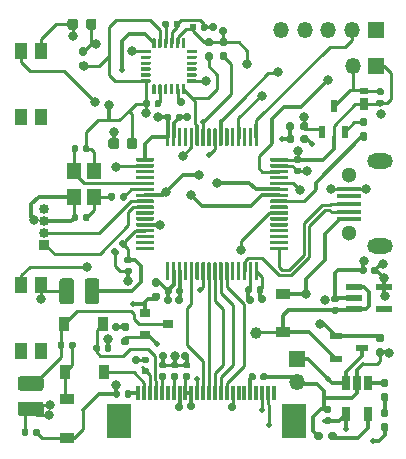
<source format=gbr>
%TF.GenerationSoftware,KiCad,Pcbnew,5.1.9-73d0e3b20d~88~ubuntu20.04.1*%
%TF.CreationDate,2021-02-04T03:58:01+01:00*%
%TF.ProjectId,MorphWatch-STM32,4d6f7270-6857-4617-9463-682d53544d33,rev?*%
%TF.SameCoordinates,Original*%
%TF.FileFunction,Copper,L1,Top*%
%TF.FilePolarity,Positive*%
%FSLAX46Y46*%
G04 Gerber Fmt 4.6, Leading zero omitted, Abs format (unit mm)*
G04 Created by KiCad (PCBNEW 5.1.9-73d0e3b20d~88~ubuntu20.04.1) date 2021-02-04 03:58:01*
%MOMM*%
%LPD*%
G01*
G04 APERTURE LIST*
%TA.AperFunction,SMDPad,CuDef*%
%ADD10O,1.350000X1.350000*%
%TD*%
%TA.AperFunction,SMDPad,CuDef*%
%ADD11R,1.350000X1.350000*%
%TD*%
%TA.AperFunction,ComponentPad*%
%ADD12O,0.850000X0.850000*%
%TD*%
%TA.AperFunction,ComponentPad*%
%ADD13R,0.850000X0.850000*%
%TD*%
%TA.AperFunction,ComponentPad*%
%ADD14O,1.350000X1.350000*%
%TD*%
%TA.AperFunction,ComponentPad*%
%ADD15R,1.350000X1.350000*%
%TD*%
%TA.AperFunction,SMDPad,CuDef*%
%ADD16R,2.000000X0.400000*%
%TD*%
%TA.AperFunction,ComponentPad*%
%ADD17O,2.200000X1.300000*%
%TD*%
%TA.AperFunction,ComponentPad*%
%ADD18C,1.300000*%
%TD*%
%TA.AperFunction,SMDPad,CuDef*%
%ADD19R,0.800000X1.010000*%
%TD*%
%TA.AperFunction,SMDPad,CuDef*%
%ADD20R,0.800000X0.610000*%
%TD*%
%TA.AperFunction,SMDPad,CuDef*%
%ADD21R,1.200000X1.400000*%
%TD*%
%TA.AperFunction,SMDPad,CuDef*%
%ADD22R,0.650000X1.220000*%
%TD*%
%TA.AperFunction,SMDPad,CuDef*%
%ADD23C,1.000000*%
%TD*%
%TA.AperFunction,SMDPad,CuDef*%
%ADD24R,1.000000X1.400000*%
%TD*%
%TA.AperFunction,SMDPad,CuDef*%
%ADD25R,0.600000X1.100000*%
%TD*%
%TA.AperFunction,SMDPad,CuDef*%
%ADD26R,0.900000X0.800000*%
%TD*%
%TA.AperFunction,SMDPad,CuDef*%
%ADD27R,1.100000X0.600000*%
%TD*%
%TA.AperFunction,SMDPad,CuDef*%
%ADD28R,0.300000X1.300000*%
%TD*%
%TA.AperFunction,SMDPad,CuDef*%
%ADD29R,2.000000X3.000000*%
%TD*%
%TA.AperFunction,SMDPad,CuDef*%
%ADD30R,1.400000X0.600000*%
%TD*%
%TA.AperFunction,SMDPad,CuDef*%
%ADD31R,0.900000X1.200000*%
%TD*%
%TA.AperFunction,SMDPad,CuDef*%
%ADD32R,1.200000X0.900000*%
%TD*%
%TA.AperFunction,ViaPad*%
%ADD33C,0.800000*%
%TD*%
%TA.AperFunction,ViaPad*%
%ADD34C,0.700000*%
%TD*%
%TA.AperFunction,ViaPad*%
%ADD35C,0.500000*%
%TD*%
%TA.AperFunction,Conductor*%
%ADD36C,0.250000*%
%TD*%
%TA.AperFunction,Conductor*%
%ADD37C,0.300000*%
%TD*%
%TA.AperFunction,Conductor*%
%ADD38C,0.261112*%
%TD*%
G04 APERTURE END LIST*
%TO.P,C11,2*%
%TO.N,GND*%
%TA.AperFunction,SMDPad,CuDef*%
G36*
G01*
X124815000Y-79291000D02*
X124815000Y-78951000D01*
G75*
G02*
X124955000Y-78811000I140000J0D01*
G01*
X125235000Y-78811000D01*
G75*
G02*
X125375000Y-78951000I0J-140000D01*
G01*
X125375000Y-79291000D01*
G75*
G02*
X125235000Y-79431000I-140000J0D01*
G01*
X124955000Y-79431000D01*
G75*
G02*
X124815000Y-79291000I0J140000D01*
G01*
G37*
%TD.AperFunction*%
%TO.P,C11,1*%
%TO.N,Net-(C11-Pad1)*%
%TA.AperFunction,SMDPad,CuDef*%
G36*
G01*
X123855000Y-79291000D02*
X123855000Y-78951000D01*
G75*
G02*
X123995000Y-78811000I140000J0D01*
G01*
X124275000Y-78811000D01*
G75*
G02*
X124415000Y-78951000I0J-140000D01*
G01*
X124415000Y-79291000D01*
G75*
G02*
X124275000Y-79431000I-140000J0D01*
G01*
X123995000Y-79431000D01*
G75*
G02*
X123855000Y-79291000I0J140000D01*
G01*
G37*
%TD.AperFunction*%
%TD*%
D10*
%TO.P,J4,2*%
%TO.N,GND*%
X142938500Y-98901000D03*
D11*
%TO.P,J4,1*%
%TO.N,+BATT*%
X142938500Y-96901000D03*
%TD*%
%TO.P,C13,2*%
%TO.N,VBUS*%
%TA.AperFunction,SMDPad,CuDef*%
G36*
G01*
X145372000Y-101863500D02*
X145712000Y-101863500D01*
G75*
G02*
X145852000Y-102003500I0J-140000D01*
G01*
X145852000Y-102283500D01*
G75*
G02*
X145712000Y-102423500I-140000J0D01*
G01*
X145372000Y-102423500D01*
G75*
G02*
X145232000Y-102283500I0J140000D01*
G01*
X145232000Y-102003500D01*
G75*
G02*
X145372000Y-101863500I140000J0D01*
G01*
G37*
%TD.AperFunction*%
%TO.P,C13,1*%
%TO.N,GND*%
%TA.AperFunction,SMDPad,CuDef*%
G36*
G01*
X145372000Y-100903500D02*
X145712000Y-100903500D01*
G75*
G02*
X145852000Y-101043500I0J-140000D01*
G01*
X145852000Y-101323500D01*
G75*
G02*
X145712000Y-101463500I-140000J0D01*
G01*
X145372000Y-101463500D01*
G75*
G02*
X145232000Y-101323500I0J140000D01*
G01*
X145232000Y-101043500D01*
G75*
G02*
X145372000Y-100903500I140000J0D01*
G01*
G37*
%TD.AperFunction*%
%TD*%
D12*
%TO.P,J3,4*%
%TO.N,+3V3*%
X121539000Y-84249000D03*
%TO.P,J3,3*%
%TO.N,GND*%
X121539000Y-85249000D03*
%TO.P,J3,2*%
%TO.N,EXTSENSCL*%
X121539000Y-86249000D03*
D13*
%TO.P,J3,1*%
%TO.N,EXTSENSDA*%
X121539000Y-87249000D03*
%TD*%
D14*
%TO.P,J5,5*%
%TO.N,NRST*%
X141606000Y-69024500D03*
%TO.P,J5,4*%
%TO.N,GND*%
X143606000Y-69024500D03*
%TO.P,J5,3*%
%TO.N,TraceSWO*%
X145606000Y-69024500D03*
%TO.P,J5,2*%
%TO.N,SWCLK*%
X147606000Y-69024500D03*
D15*
%TO.P,J5,1*%
%TO.N,swdebug*%
X149606000Y-69024500D03*
%TD*%
%TO.P,C22,2*%
%TO.N,GND*%
%TA.AperFunction,SMDPad,CuDef*%
G36*
G01*
X130483000Y-75141000D02*
X130483000Y-75481000D01*
G75*
G02*
X130343000Y-75621000I-140000J0D01*
G01*
X130063000Y-75621000D01*
G75*
G02*
X129923000Y-75481000I0J140000D01*
G01*
X129923000Y-75141000D01*
G75*
G02*
X130063000Y-75001000I140000J0D01*
G01*
X130343000Y-75001000D01*
G75*
G02*
X130483000Y-75141000I0J-140000D01*
G01*
G37*
%TD.AperFunction*%
%TO.P,C22,1*%
%TO.N,Net-(C22-Pad1)*%
%TA.AperFunction,SMDPad,CuDef*%
G36*
G01*
X131443000Y-75141000D02*
X131443000Y-75481000D01*
G75*
G02*
X131303000Y-75621000I-140000J0D01*
G01*
X131023000Y-75621000D01*
G75*
G02*
X130883000Y-75481000I0J140000D01*
G01*
X130883000Y-75141000D01*
G75*
G02*
X131023000Y-75001000I140000J0D01*
G01*
X131303000Y-75001000D01*
G75*
G02*
X131443000Y-75141000I0J-140000D01*
G01*
G37*
%TD.AperFunction*%
%TD*%
%TO.P,C21,2*%
%TO.N,GND*%
%TA.AperFunction,SMDPad,CuDef*%
G36*
G01*
X132506000Y-68750000D02*
X132506000Y-68410000D01*
G75*
G02*
X132646000Y-68270000I140000J0D01*
G01*
X132926000Y-68270000D01*
G75*
G02*
X133066000Y-68410000I0J-140000D01*
G01*
X133066000Y-68750000D01*
G75*
G02*
X132926000Y-68890000I-140000J0D01*
G01*
X132646000Y-68890000D01*
G75*
G02*
X132506000Y-68750000I0J140000D01*
G01*
G37*
%TD.AperFunction*%
%TO.P,C21,1*%
%TO.N,Net-(C21-Pad1)*%
%TA.AperFunction,SMDPad,CuDef*%
G36*
G01*
X131546000Y-68750000D02*
X131546000Y-68410000D01*
G75*
G02*
X131686000Y-68270000I140000J0D01*
G01*
X131966000Y-68270000D01*
G75*
G02*
X132106000Y-68410000I0J-140000D01*
G01*
X132106000Y-68750000D01*
G75*
G02*
X131966000Y-68890000I-140000J0D01*
G01*
X131686000Y-68890000D01*
G75*
G02*
X131546000Y-68750000I0J140000D01*
G01*
G37*
%TD.AperFunction*%
%TD*%
%TO.P,C8,2*%
%TO.N,GND*%
%TA.AperFunction,SMDPad,CuDef*%
G36*
G01*
X127943000Y-99715500D02*
X127943000Y-100055500D01*
G75*
G02*
X127803000Y-100195500I-140000J0D01*
G01*
X127523000Y-100195500D01*
G75*
G02*
X127383000Y-100055500I0J140000D01*
G01*
X127383000Y-99715500D01*
G75*
G02*
X127523000Y-99575500I140000J0D01*
G01*
X127803000Y-99575500D01*
G75*
G02*
X127943000Y-99715500I0J-140000D01*
G01*
G37*
%TD.AperFunction*%
%TO.P,C8,1*%
%TO.N,Net-(C8-Pad1)*%
%TA.AperFunction,SMDPad,CuDef*%
G36*
G01*
X128903000Y-99715500D02*
X128903000Y-100055500D01*
G75*
G02*
X128763000Y-100195500I-140000J0D01*
G01*
X128483000Y-100195500D01*
G75*
G02*
X128343000Y-100055500I0J140000D01*
G01*
X128343000Y-99715500D01*
G75*
G02*
X128483000Y-99575500I140000J0D01*
G01*
X128763000Y-99575500D01*
G75*
G02*
X128903000Y-99715500I0J-140000D01*
G01*
G37*
%TD.AperFunction*%
%TD*%
%TO.P,R12,2*%
%TO.N,Net-(C12-Pad1)*%
%TA.AperFunction,SMDPad,CuDef*%
G36*
G01*
X127520000Y-83000000D02*
X127520000Y-83370000D01*
G75*
G02*
X127385000Y-83505000I-135000J0D01*
G01*
X127115000Y-83505000D01*
G75*
G02*
X126980000Y-83370000I0J135000D01*
G01*
X126980000Y-83000000D01*
G75*
G02*
X127115000Y-82865000I135000J0D01*
G01*
X127385000Y-82865000D01*
G75*
G02*
X127520000Y-83000000I0J-135000D01*
G01*
G37*
%TD.AperFunction*%
%TO.P,R12,1*%
%TO.N,Net-(R12-Pad1)*%
%TA.AperFunction,SMDPad,CuDef*%
G36*
G01*
X128540000Y-83000000D02*
X128540000Y-83370000D01*
G75*
G02*
X128405000Y-83505000I-135000J0D01*
G01*
X128135000Y-83505000D01*
G75*
G02*
X128000000Y-83370000I0J135000D01*
G01*
X128000000Y-83000000D01*
G75*
G02*
X128135000Y-82865000I135000J0D01*
G01*
X128405000Y-82865000D01*
G75*
G02*
X128540000Y-83000000I0J-135000D01*
G01*
G37*
%TD.AperFunction*%
%TD*%
%TO.P,C23,2*%
%TO.N,+3V3*%
%TA.AperFunction,SMDPad,CuDef*%
G36*
G01*
X133434000Y-98117000D02*
X133774000Y-98117000D01*
G75*
G02*
X133914000Y-98257000I0J-140000D01*
G01*
X133914000Y-98537000D01*
G75*
G02*
X133774000Y-98677000I-140000J0D01*
G01*
X133434000Y-98677000D01*
G75*
G02*
X133294000Y-98537000I0J140000D01*
G01*
X133294000Y-98257000D01*
G75*
G02*
X133434000Y-98117000I140000J0D01*
G01*
G37*
%TD.AperFunction*%
%TO.P,C23,1*%
%TO.N,GND*%
%TA.AperFunction,SMDPad,CuDef*%
G36*
G01*
X133434000Y-97157000D02*
X133774000Y-97157000D01*
G75*
G02*
X133914000Y-97297000I0J-140000D01*
G01*
X133914000Y-97577000D01*
G75*
G02*
X133774000Y-97717000I-140000J0D01*
G01*
X133434000Y-97717000D01*
G75*
G02*
X133294000Y-97577000I0J140000D01*
G01*
X133294000Y-97297000D01*
G75*
G02*
X133434000Y-97157000I140000J0D01*
G01*
G37*
%TD.AperFunction*%
%TD*%
%TO.P,C19,2*%
%TO.N,GND*%
%TA.AperFunction,SMDPad,CuDef*%
G36*
G01*
X134820000Y-69004000D02*
X134820000Y-68664000D01*
G75*
G02*
X134960000Y-68524000I140000J0D01*
G01*
X135240000Y-68524000D01*
G75*
G02*
X135380000Y-68664000I0J-140000D01*
G01*
X135380000Y-69004000D01*
G75*
G02*
X135240000Y-69144000I-140000J0D01*
G01*
X134960000Y-69144000D01*
G75*
G02*
X134820000Y-69004000I0J140000D01*
G01*
G37*
%TD.AperFunction*%
%TO.P,C19,1*%
%TO.N,+3V3*%
%TA.AperFunction,SMDPad,CuDef*%
G36*
G01*
X133860000Y-69004000D02*
X133860000Y-68664000D01*
G75*
G02*
X134000000Y-68524000I140000J0D01*
G01*
X134280000Y-68524000D01*
G75*
G02*
X134420000Y-68664000I0J-140000D01*
G01*
X134420000Y-69004000D01*
G75*
G02*
X134280000Y-69144000I-140000J0D01*
G01*
X134000000Y-69144000D01*
G75*
G02*
X133860000Y-69004000I0J140000D01*
G01*
G37*
%TD.AperFunction*%
%TD*%
%TO.P,C18,2*%
%TO.N,GND*%
%TA.AperFunction,SMDPad,CuDef*%
G36*
G01*
X128481000Y-89227000D02*
X128821000Y-89227000D01*
G75*
G02*
X128961000Y-89367000I0J-140000D01*
G01*
X128961000Y-89647000D01*
G75*
G02*
X128821000Y-89787000I-140000J0D01*
G01*
X128481000Y-89787000D01*
G75*
G02*
X128341000Y-89647000I0J140000D01*
G01*
X128341000Y-89367000D01*
G75*
G02*
X128481000Y-89227000I140000J0D01*
G01*
G37*
%TD.AperFunction*%
%TO.P,C18,1*%
%TO.N,+3.3VA*%
%TA.AperFunction,SMDPad,CuDef*%
G36*
G01*
X128481000Y-88267000D02*
X128821000Y-88267000D01*
G75*
G02*
X128961000Y-88407000I0J-140000D01*
G01*
X128961000Y-88687000D01*
G75*
G02*
X128821000Y-88827000I-140000J0D01*
G01*
X128481000Y-88827000D01*
G75*
G02*
X128341000Y-88687000I0J140000D01*
G01*
X128341000Y-88407000D01*
G75*
G02*
X128481000Y-88267000I140000J0D01*
G01*
G37*
%TD.AperFunction*%
%TD*%
%TO.P,C17,2*%
%TO.N,GND*%
%TA.AperFunction,SMDPad,CuDef*%
G36*
G01*
X127627371Y-87524213D02*
X127867787Y-87764629D01*
G75*
G02*
X127867787Y-87962619I-98995J-98995D01*
G01*
X127669797Y-88160609D01*
G75*
G02*
X127471807Y-88160609I-98995J98995D01*
G01*
X127231391Y-87920193D01*
G75*
G02*
X127231391Y-87722203I98995J98995D01*
G01*
X127429381Y-87524213D01*
G75*
G02*
X127627371Y-87524213I98995J-98995D01*
G01*
G37*
%TD.AperFunction*%
%TO.P,C17,1*%
%TO.N,+3.3VA*%
%TA.AperFunction,SMDPad,CuDef*%
G36*
G01*
X128306193Y-86845391D02*
X128546609Y-87085807D01*
G75*
G02*
X128546609Y-87283797I-98995J-98995D01*
G01*
X128348619Y-87481787D01*
G75*
G02*
X128150629Y-87481787I-98995J98995D01*
G01*
X127910213Y-87241371D01*
G75*
G02*
X127910213Y-87043381I98995J98995D01*
G01*
X128108203Y-86845391D01*
G75*
G02*
X128306193Y-86845391I98995J-98995D01*
G01*
G37*
%TD.AperFunction*%
%TD*%
%TO.P,C16,2*%
%TO.N,GND*%
%TA.AperFunction,SMDPad,CuDef*%
G36*
G01*
X132324500Y-90990600D02*
X132324500Y-91330600D01*
G75*
G02*
X132184500Y-91470600I-140000J0D01*
G01*
X131904500Y-91470600D01*
G75*
G02*
X131764500Y-91330600I0J140000D01*
G01*
X131764500Y-90990600D01*
G75*
G02*
X131904500Y-90850600I140000J0D01*
G01*
X132184500Y-90850600D01*
G75*
G02*
X132324500Y-90990600I0J-140000D01*
G01*
G37*
%TD.AperFunction*%
%TO.P,C16,1*%
%TO.N,+3V3*%
%TA.AperFunction,SMDPad,CuDef*%
G36*
G01*
X133284500Y-90990600D02*
X133284500Y-91330600D01*
G75*
G02*
X133144500Y-91470600I-140000J0D01*
G01*
X132864500Y-91470600D01*
G75*
G02*
X132724500Y-91330600I0J140000D01*
G01*
X132724500Y-90990600D01*
G75*
G02*
X132864500Y-90850600I140000J0D01*
G01*
X133144500Y-90850600D01*
G75*
G02*
X133284500Y-90990600I0J-140000D01*
G01*
G37*
%TD.AperFunction*%
%TD*%
%TO.P,C15,2*%
%TO.N,GND*%
%TA.AperFunction,SMDPad,CuDef*%
G36*
G01*
X142832000Y-80718000D02*
X143172000Y-80718000D01*
G75*
G02*
X143312000Y-80858000I0J-140000D01*
G01*
X143312000Y-81138000D01*
G75*
G02*
X143172000Y-81278000I-140000J0D01*
G01*
X142832000Y-81278000D01*
G75*
G02*
X142692000Y-81138000I0J140000D01*
G01*
X142692000Y-80858000D01*
G75*
G02*
X142832000Y-80718000I140000J0D01*
G01*
G37*
%TD.AperFunction*%
%TO.P,C15,1*%
%TO.N,+3V3*%
%TA.AperFunction,SMDPad,CuDef*%
G36*
G01*
X142832000Y-79758000D02*
X143172000Y-79758000D01*
G75*
G02*
X143312000Y-79898000I0J-140000D01*
G01*
X143312000Y-80178000D01*
G75*
G02*
X143172000Y-80318000I-140000J0D01*
G01*
X142832000Y-80318000D01*
G75*
G02*
X142692000Y-80178000I0J140000D01*
G01*
X142692000Y-79898000D01*
G75*
G02*
X142832000Y-79758000I140000J0D01*
G01*
G37*
%TD.AperFunction*%
%TD*%
%TO.P,C14,2*%
%TO.N,GND*%
%TA.AperFunction,SMDPad,CuDef*%
G36*
G01*
X132689000Y-76624000D02*
X132689000Y-76284000D01*
G75*
G02*
X132829000Y-76144000I140000J0D01*
G01*
X133109000Y-76144000D01*
G75*
G02*
X133249000Y-76284000I0J-140000D01*
G01*
X133249000Y-76624000D01*
G75*
G02*
X133109000Y-76764000I-140000J0D01*
G01*
X132829000Y-76764000D01*
G75*
G02*
X132689000Y-76624000I0J140000D01*
G01*
G37*
%TD.AperFunction*%
%TO.P,C14,1*%
%TO.N,+3V3*%
%TA.AperFunction,SMDPad,CuDef*%
G36*
G01*
X131729000Y-76624000D02*
X131729000Y-76284000D01*
G75*
G02*
X131869000Y-76144000I140000J0D01*
G01*
X132149000Y-76144000D01*
G75*
G02*
X132289000Y-76284000I0J-140000D01*
G01*
X132289000Y-76624000D01*
G75*
G02*
X132149000Y-76764000I-140000J0D01*
G01*
X131869000Y-76764000D01*
G75*
G02*
X131729000Y-76624000I0J140000D01*
G01*
G37*
%TD.AperFunction*%
%TD*%
%TO.P,C12,2*%
%TO.N,GND*%
%TA.AperFunction,SMDPad,CuDef*%
G36*
G01*
X124415000Y-84793000D02*
X124415000Y-85133000D01*
G75*
G02*
X124275000Y-85273000I-140000J0D01*
G01*
X123995000Y-85273000D01*
G75*
G02*
X123855000Y-85133000I0J140000D01*
G01*
X123855000Y-84793000D01*
G75*
G02*
X123995000Y-84653000I140000J0D01*
G01*
X124275000Y-84653000D01*
G75*
G02*
X124415000Y-84793000I0J-140000D01*
G01*
G37*
%TD.AperFunction*%
%TO.P,C12,1*%
%TO.N,Net-(C12-Pad1)*%
%TA.AperFunction,SMDPad,CuDef*%
G36*
G01*
X125375000Y-84793000D02*
X125375000Y-85133000D01*
G75*
G02*
X125235000Y-85273000I-140000J0D01*
G01*
X124955000Y-85273000D01*
G75*
G02*
X124815000Y-85133000I0J140000D01*
G01*
X124815000Y-84793000D01*
G75*
G02*
X124955000Y-84653000I140000J0D01*
G01*
X125235000Y-84653000D01*
G75*
G02*
X125375000Y-84793000I0J-140000D01*
G01*
G37*
%TD.AperFunction*%
%TD*%
%TO.P,C10,2*%
%TO.N,GND*%
%TA.AperFunction,SMDPad,CuDef*%
G36*
G01*
X148834500Y-89238000D02*
X148834500Y-89578000D01*
G75*
G02*
X148694500Y-89718000I-140000J0D01*
G01*
X148414500Y-89718000D01*
G75*
G02*
X148274500Y-89578000I0J140000D01*
G01*
X148274500Y-89238000D01*
G75*
G02*
X148414500Y-89098000I140000J0D01*
G01*
X148694500Y-89098000D01*
G75*
G02*
X148834500Y-89238000I0J-140000D01*
G01*
G37*
%TD.AperFunction*%
%TO.P,C10,1*%
%TO.N,+3V3*%
%TA.AperFunction,SMDPad,CuDef*%
G36*
G01*
X149794500Y-89238000D02*
X149794500Y-89578000D01*
G75*
G02*
X149654500Y-89718000I-140000J0D01*
G01*
X149374500Y-89718000D01*
G75*
G02*
X149234500Y-89578000I0J140000D01*
G01*
X149234500Y-89238000D01*
G75*
G02*
X149374500Y-89098000I140000J0D01*
G01*
X149654500Y-89098000D01*
G75*
G02*
X149794500Y-89238000I0J-140000D01*
G01*
G37*
%TD.AperFunction*%
%TD*%
%TO.P,C9,2*%
%TO.N,GND*%
%TA.AperFunction,SMDPad,CuDef*%
G36*
G01*
X139836500Y-98595000D02*
X139836500Y-98255000D01*
G75*
G02*
X139976500Y-98115000I140000J0D01*
G01*
X140256500Y-98115000D01*
G75*
G02*
X140396500Y-98255000I0J-140000D01*
G01*
X140396500Y-98595000D01*
G75*
G02*
X140256500Y-98735000I-140000J0D01*
G01*
X139976500Y-98735000D01*
G75*
G02*
X139836500Y-98595000I0J140000D01*
G01*
G37*
%TD.AperFunction*%
%TO.P,C9,1*%
%TO.N,Net-(C9-Pad1)*%
%TA.AperFunction,SMDPad,CuDef*%
G36*
G01*
X138876500Y-98595000D02*
X138876500Y-98255000D01*
G75*
G02*
X139016500Y-98115000I140000J0D01*
G01*
X139296500Y-98115000D01*
G75*
G02*
X139436500Y-98255000I0J-140000D01*
G01*
X139436500Y-98595000D01*
G75*
G02*
X139296500Y-98735000I-140000J0D01*
G01*
X139016500Y-98735000D01*
G75*
G02*
X138876500Y-98595000I0J140000D01*
G01*
G37*
%TD.AperFunction*%
%TD*%
%TO.P,C7,2*%
%TO.N,GND*%
%TA.AperFunction,SMDPad,CuDef*%
G36*
G01*
X130281500Y-97272500D02*
X129941500Y-97272500D01*
G75*
G02*
X129801500Y-97132500I0J140000D01*
G01*
X129801500Y-96852500D01*
G75*
G02*
X129941500Y-96712500I140000J0D01*
G01*
X130281500Y-96712500D01*
G75*
G02*
X130421500Y-96852500I0J-140000D01*
G01*
X130421500Y-97132500D01*
G75*
G02*
X130281500Y-97272500I-140000J0D01*
G01*
G37*
%TD.AperFunction*%
%TO.P,C7,1*%
%TO.N,Net-(C7-Pad1)*%
%TA.AperFunction,SMDPad,CuDef*%
G36*
G01*
X130281500Y-98232500D02*
X129941500Y-98232500D01*
G75*
G02*
X129801500Y-98092500I0J140000D01*
G01*
X129801500Y-97812500D01*
G75*
G02*
X129941500Y-97672500I140000J0D01*
G01*
X130281500Y-97672500D01*
G75*
G02*
X130421500Y-97812500I0J-140000D01*
G01*
X130421500Y-98092500D01*
G75*
G02*
X130281500Y-98232500I-140000J0D01*
G01*
G37*
%TD.AperFunction*%
%TD*%
%TO.P,C6,2*%
%TO.N,GND*%
%TA.AperFunction,SMDPad,CuDef*%
G36*
G01*
X131742000Y-97717000D02*
X131402000Y-97717000D01*
G75*
G02*
X131262000Y-97577000I0J140000D01*
G01*
X131262000Y-97297000D01*
G75*
G02*
X131402000Y-97157000I140000J0D01*
G01*
X131742000Y-97157000D01*
G75*
G02*
X131882000Y-97297000I0J-140000D01*
G01*
X131882000Y-97577000D01*
G75*
G02*
X131742000Y-97717000I-140000J0D01*
G01*
G37*
%TD.AperFunction*%
%TO.P,C6,1*%
%TO.N,Net-(C6-Pad1)*%
%TA.AperFunction,SMDPad,CuDef*%
G36*
G01*
X131742000Y-98677000D02*
X131402000Y-98677000D01*
G75*
G02*
X131262000Y-98537000I0J140000D01*
G01*
X131262000Y-98257000D01*
G75*
G02*
X131402000Y-98117000I140000J0D01*
G01*
X131742000Y-98117000D01*
G75*
G02*
X131882000Y-98257000I0J-140000D01*
G01*
X131882000Y-98537000D01*
G75*
G02*
X131742000Y-98677000I-140000J0D01*
G01*
G37*
%TD.AperFunction*%
%TD*%
%TO.P,C5,2*%
%TO.N,GND*%
%TA.AperFunction,SMDPad,CuDef*%
G36*
G01*
X132758000Y-97717000D02*
X132418000Y-97717000D01*
G75*
G02*
X132278000Y-97577000I0J140000D01*
G01*
X132278000Y-97297000D01*
G75*
G02*
X132418000Y-97157000I140000J0D01*
G01*
X132758000Y-97157000D01*
G75*
G02*
X132898000Y-97297000I0J-140000D01*
G01*
X132898000Y-97577000D01*
G75*
G02*
X132758000Y-97717000I-140000J0D01*
G01*
G37*
%TD.AperFunction*%
%TO.P,C5,1*%
%TO.N,Net-(C5-Pad1)*%
%TA.AperFunction,SMDPad,CuDef*%
G36*
G01*
X132758000Y-98677000D02*
X132418000Y-98677000D01*
G75*
G02*
X132278000Y-98537000I0J140000D01*
G01*
X132278000Y-98257000D01*
G75*
G02*
X132418000Y-98117000I140000J0D01*
G01*
X132758000Y-98117000D01*
G75*
G02*
X132898000Y-98257000I0J-140000D01*
G01*
X132898000Y-98537000D01*
G75*
G02*
X132758000Y-98677000I-140000J0D01*
G01*
G37*
%TD.AperFunction*%
%TD*%
%TO.P,C4,2*%
%TO.N,GND*%
%TA.AperFunction,SMDPad,CuDef*%
G36*
G01*
X146347000Y-92129000D02*
X146007000Y-92129000D01*
G75*
G02*
X145867000Y-91989000I0J140000D01*
G01*
X145867000Y-91709000D01*
G75*
G02*
X146007000Y-91569000I140000J0D01*
G01*
X146347000Y-91569000D01*
G75*
G02*
X146487000Y-91709000I0J-140000D01*
G01*
X146487000Y-91989000D01*
G75*
G02*
X146347000Y-92129000I-140000J0D01*
G01*
G37*
%TD.AperFunction*%
%TO.P,C4,1*%
%TO.N,Net-(C4-Pad1)*%
%TA.AperFunction,SMDPad,CuDef*%
G36*
G01*
X146347000Y-93089000D02*
X146007000Y-93089000D01*
G75*
G02*
X145867000Y-92949000I0J140000D01*
G01*
X145867000Y-92669000D01*
G75*
G02*
X146007000Y-92529000I140000J0D01*
G01*
X146347000Y-92529000D01*
G75*
G02*
X146487000Y-92669000I0J-140000D01*
G01*
X146487000Y-92949000D01*
G75*
G02*
X146347000Y-93089000I-140000J0D01*
G01*
G37*
%TD.AperFunction*%
%TD*%
%TO.P,C3,2*%
%TO.N,GND*%
%TA.AperFunction,SMDPad,CuDef*%
G36*
G01*
X126664000Y-96182000D02*
X126664000Y-95842000D01*
G75*
G02*
X126804000Y-95702000I140000J0D01*
G01*
X127084000Y-95702000D01*
G75*
G02*
X127224000Y-95842000I0J-140000D01*
G01*
X127224000Y-96182000D01*
G75*
G02*
X127084000Y-96322000I-140000J0D01*
G01*
X126804000Y-96322000D01*
G75*
G02*
X126664000Y-96182000I0J140000D01*
G01*
G37*
%TD.AperFunction*%
%TO.P,C3,1*%
%TO.N,PREVGH*%
%TA.AperFunction,SMDPad,CuDef*%
G36*
G01*
X125704000Y-96182000D02*
X125704000Y-95842000D01*
G75*
G02*
X125844000Y-95702000I140000J0D01*
G01*
X126124000Y-95702000D01*
G75*
G02*
X126264000Y-95842000I0J-140000D01*
G01*
X126264000Y-96182000D01*
G75*
G02*
X126124000Y-96322000I-140000J0D01*
G01*
X125844000Y-96322000D01*
G75*
G02*
X125704000Y-96182000I0J140000D01*
G01*
G37*
%TD.AperFunction*%
%TD*%
%TO.P,C2,2*%
%TO.N,Net-(C2-Pad2)*%
%TA.AperFunction,SMDPad,CuDef*%
G36*
G01*
X123244000Y-95588000D02*
X123244000Y-95928000D01*
G75*
G02*
X123104000Y-96068000I-140000J0D01*
G01*
X122824000Y-96068000D01*
G75*
G02*
X122684000Y-95928000I0J140000D01*
G01*
X122684000Y-95588000D01*
G75*
G02*
X122824000Y-95448000I140000J0D01*
G01*
X123104000Y-95448000D01*
G75*
G02*
X123244000Y-95588000I0J-140000D01*
G01*
G37*
%TD.AperFunction*%
%TO.P,C2,1*%
%TO.N,Net-(C2-Pad1)*%
%TA.AperFunction,SMDPad,CuDef*%
G36*
G01*
X124204000Y-95588000D02*
X124204000Y-95928000D01*
G75*
G02*
X124064000Y-96068000I-140000J0D01*
G01*
X123784000Y-96068000D01*
G75*
G02*
X123644000Y-95928000I0J140000D01*
G01*
X123644000Y-95588000D01*
G75*
G02*
X123784000Y-95448000I140000J0D01*
G01*
X124064000Y-95448000D01*
G75*
G02*
X124204000Y-95588000I0J-140000D01*
G01*
G37*
%TD.AperFunction*%
%TD*%
%TO.P,C1,2*%
%TO.N,GND*%
%TA.AperFunction,SMDPad,CuDef*%
G36*
G01*
X120596000Y-103294000D02*
X120596000Y-102954000D01*
G75*
G02*
X120736000Y-102814000I140000J0D01*
G01*
X121016000Y-102814000D01*
G75*
G02*
X121156000Y-102954000I0J-140000D01*
G01*
X121156000Y-103294000D01*
G75*
G02*
X121016000Y-103434000I-140000J0D01*
G01*
X120736000Y-103434000D01*
G75*
G02*
X120596000Y-103294000I0J140000D01*
G01*
G37*
%TD.AperFunction*%
%TO.P,C1,1*%
%TO.N,+3V3*%
%TA.AperFunction,SMDPad,CuDef*%
G36*
G01*
X119636000Y-103294000D02*
X119636000Y-102954000D01*
G75*
G02*
X119776000Y-102814000I140000J0D01*
G01*
X120056000Y-102814000D01*
G75*
G02*
X120196000Y-102954000I0J-140000D01*
G01*
X120196000Y-103294000D01*
G75*
G02*
X120056000Y-103434000I-140000J0D01*
G01*
X119776000Y-103434000D01*
G75*
G02*
X119636000Y-103294000I0J140000D01*
G01*
G37*
%TD.AperFunction*%
%TD*%
D16*
%TO.P,J1,5*%
%TO.N,GND*%
X147320000Y-82490000D03*
%TO.P,J1,4*%
%TO.N,N/C*%
X147320000Y-83140000D03*
%TO.P,J1,3*%
%TO.N,USB_B+*%
X147320000Y-83790000D03*
%TO.P,J1,2*%
%TO.N,USB_B-*%
X147320000Y-84440000D03*
%TO.P,J1,1*%
%TO.N,VBUS*%
X147320000Y-85090000D03*
D17*
%TO.P,J1,7*%
%TO.N,N/C*%
X149982000Y-80190000D03*
%TO.P,J1,8*%
X149982000Y-87390000D03*
D18*
%TO.P,J1,9*%
X147312000Y-86215000D03*
%TO.P,J1,6*%
X147312000Y-81365000D03*
%TD*%
D19*
%TO.P,D6,1*%
%TO.N,+3V3*%
X148590000Y-75348000D03*
D20*
%TO.P,D6,2*%
%TO.N,Net-(C20-Pad2)*%
X148590000Y-74258000D03*
%TD*%
D21*
%TO.P,Y1,4*%
%TO.N,GND*%
X125730000Y-80985000D03*
%TO.P,Y1,3*%
%TO.N,Net-(C12-Pad1)*%
X125730000Y-83185000D03*
%TO.P,Y1,2*%
%TO.N,GND*%
X124030000Y-83185000D03*
%TO.P,Y1,1*%
%TO.N,Net-(C11-Pad1)*%
X124030000Y-80985000D03*
%TD*%
%TO.P,U4,24*%
%TO.N,imuSDA*%
%TA.AperFunction,SMDPad,CuDef*%
G36*
G01*
X133255000Y-73661000D02*
X133405000Y-73661000D01*
G75*
G02*
X133480000Y-73736000I0J-75000D01*
G01*
X133480000Y-74436000D01*
G75*
G02*
X133405000Y-74511000I-75000J0D01*
G01*
X133255000Y-74511000D01*
G75*
G02*
X133180000Y-74436000I0J75000D01*
G01*
X133180000Y-73736000D01*
G75*
G02*
X133255000Y-73661000I75000J0D01*
G01*
G37*
%TD.AperFunction*%
%TO.P,U4,23*%
%TO.N,imuSCL*%
%TA.AperFunction,SMDPad,CuDef*%
G36*
G01*
X132755000Y-73661000D02*
X132905000Y-73661000D01*
G75*
G02*
X132980000Y-73736000I0J-75000D01*
G01*
X132980000Y-74436000D01*
G75*
G02*
X132905000Y-74511000I-75000J0D01*
G01*
X132755000Y-74511000D01*
G75*
G02*
X132680000Y-74436000I0J75000D01*
G01*
X132680000Y-73736000D01*
G75*
G02*
X132755000Y-73661000I75000J0D01*
G01*
G37*
%TD.AperFunction*%
%TO.P,U4,22*%
%TO.N,N/C*%
%TA.AperFunction,SMDPad,CuDef*%
G36*
G01*
X132255000Y-73661000D02*
X132405000Y-73661000D01*
G75*
G02*
X132480000Y-73736000I0J-75000D01*
G01*
X132480000Y-74436000D01*
G75*
G02*
X132405000Y-74511000I-75000J0D01*
G01*
X132255000Y-74511000D01*
G75*
G02*
X132180000Y-74436000I0J75000D01*
G01*
X132180000Y-73736000D01*
G75*
G02*
X132255000Y-73661000I75000J0D01*
G01*
G37*
%TD.AperFunction*%
%TO.P,U4,21*%
%TA.AperFunction,SMDPad,CuDef*%
G36*
G01*
X131755000Y-73661000D02*
X131905000Y-73661000D01*
G75*
G02*
X131980000Y-73736000I0J-75000D01*
G01*
X131980000Y-74436000D01*
G75*
G02*
X131905000Y-74511000I-75000J0D01*
G01*
X131755000Y-74511000D01*
G75*
G02*
X131680000Y-74436000I0J75000D01*
G01*
X131680000Y-73736000D01*
G75*
G02*
X131755000Y-73661000I75000J0D01*
G01*
G37*
%TD.AperFunction*%
%TO.P,U4,20*%
%TO.N,Net-(C22-Pad1)*%
%TA.AperFunction,SMDPad,CuDef*%
G36*
G01*
X131255000Y-73661000D02*
X131405000Y-73661000D01*
G75*
G02*
X131480000Y-73736000I0J-75000D01*
G01*
X131480000Y-74436000D01*
G75*
G02*
X131405000Y-74511000I-75000J0D01*
G01*
X131255000Y-74511000D01*
G75*
G02*
X131180000Y-74436000I0J75000D01*
G01*
X131180000Y-73736000D01*
G75*
G02*
X131255000Y-73661000I75000J0D01*
G01*
G37*
%TD.AperFunction*%
%TO.P,U4,19*%
%TO.N,N/C*%
%TA.AperFunction,SMDPad,CuDef*%
G36*
G01*
X130755000Y-73661000D02*
X130905000Y-73661000D01*
G75*
G02*
X130980000Y-73736000I0J-75000D01*
G01*
X130980000Y-74436000D01*
G75*
G02*
X130905000Y-74511000I-75000J0D01*
G01*
X130755000Y-74511000D01*
G75*
G02*
X130680000Y-74436000I0J75000D01*
G01*
X130680000Y-73736000D01*
G75*
G02*
X130755000Y-73661000I75000J0D01*
G01*
G37*
%TD.AperFunction*%
%TO.P,U4,18*%
%TO.N,GND*%
%TA.AperFunction,SMDPad,CuDef*%
G36*
G01*
X130555000Y-73311000D02*
X130555000Y-73461000D01*
G75*
G02*
X130480000Y-73536000I-75000J0D01*
G01*
X129780000Y-73536000D01*
G75*
G02*
X129705000Y-73461000I0J75000D01*
G01*
X129705000Y-73311000D01*
G75*
G02*
X129780000Y-73236000I75000J0D01*
G01*
X130480000Y-73236000D01*
G75*
G02*
X130555000Y-73311000I0J-75000D01*
G01*
G37*
%TD.AperFunction*%
%TO.P,U4,17*%
%TO.N,N/C*%
%TA.AperFunction,SMDPad,CuDef*%
G36*
G01*
X130555000Y-72811000D02*
X130555000Y-72961000D01*
G75*
G02*
X130480000Y-73036000I-75000J0D01*
G01*
X129780000Y-73036000D01*
G75*
G02*
X129705000Y-72961000I0J75000D01*
G01*
X129705000Y-72811000D01*
G75*
G02*
X129780000Y-72736000I75000J0D01*
G01*
X130480000Y-72736000D01*
G75*
G02*
X130555000Y-72811000I0J-75000D01*
G01*
G37*
%TD.AperFunction*%
%TO.P,U4,16*%
%TA.AperFunction,SMDPad,CuDef*%
G36*
G01*
X130555000Y-72311000D02*
X130555000Y-72461000D01*
G75*
G02*
X130480000Y-72536000I-75000J0D01*
G01*
X129780000Y-72536000D01*
G75*
G02*
X129705000Y-72461000I0J75000D01*
G01*
X129705000Y-72311000D01*
G75*
G02*
X129780000Y-72236000I75000J0D01*
G01*
X130480000Y-72236000D01*
G75*
G02*
X130555000Y-72311000I0J-75000D01*
G01*
G37*
%TD.AperFunction*%
%TO.P,U4,15*%
%TA.AperFunction,SMDPad,CuDef*%
G36*
G01*
X130555000Y-71811000D02*
X130555000Y-71961000D01*
G75*
G02*
X130480000Y-72036000I-75000J0D01*
G01*
X129780000Y-72036000D01*
G75*
G02*
X129705000Y-71961000I0J75000D01*
G01*
X129705000Y-71811000D01*
G75*
G02*
X129780000Y-71736000I75000J0D01*
G01*
X130480000Y-71736000D01*
G75*
G02*
X130555000Y-71811000I0J-75000D01*
G01*
G37*
%TD.AperFunction*%
%TO.P,U4,14*%
%TA.AperFunction,SMDPad,CuDef*%
G36*
G01*
X130555000Y-71311000D02*
X130555000Y-71461000D01*
G75*
G02*
X130480000Y-71536000I-75000J0D01*
G01*
X129780000Y-71536000D01*
G75*
G02*
X129705000Y-71461000I0J75000D01*
G01*
X129705000Y-71311000D01*
G75*
G02*
X129780000Y-71236000I75000J0D01*
G01*
X130480000Y-71236000D01*
G75*
G02*
X130555000Y-71311000I0J-75000D01*
G01*
G37*
%TD.AperFunction*%
%TO.P,U4,13*%
%TO.N,+3V3*%
%TA.AperFunction,SMDPad,CuDef*%
G36*
G01*
X130555000Y-70811000D02*
X130555000Y-70961000D01*
G75*
G02*
X130480000Y-71036000I-75000J0D01*
G01*
X129780000Y-71036000D01*
G75*
G02*
X129705000Y-70961000I0J75000D01*
G01*
X129705000Y-70811000D01*
G75*
G02*
X129780000Y-70736000I75000J0D01*
G01*
X130480000Y-70736000D01*
G75*
G02*
X130555000Y-70811000I0J-75000D01*
G01*
G37*
%TD.AperFunction*%
%TO.P,U4,12*%
%TO.N,INT*%
%TA.AperFunction,SMDPad,CuDef*%
G36*
G01*
X130755000Y-69761000D02*
X130905000Y-69761000D01*
G75*
G02*
X130980000Y-69836000I0J-75000D01*
G01*
X130980000Y-70536000D01*
G75*
G02*
X130905000Y-70611000I-75000J0D01*
G01*
X130755000Y-70611000D01*
G75*
G02*
X130680000Y-70536000I0J75000D01*
G01*
X130680000Y-69836000D01*
G75*
G02*
X130755000Y-69761000I75000J0D01*
G01*
G37*
%TD.AperFunction*%
%TO.P,U4,11*%
%TO.N,GND*%
%TA.AperFunction,SMDPad,CuDef*%
G36*
G01*
X131255000Y-69761000D02*
X131405000Y-69761000D01*
G75*
G02*
X131480000Y-69836000I0J-75000D01*
G01*
X131480000Y-70536000D01*
G75*
G02*
X131405000Y-70611000I-75000J0D01*
G01*
X131255000Y-70611000D01*
G75*
G02*
X131180000Y-70536000I0J75000D01*
G01*
X131180000Y-69836000D01*
G75*
G02*
X131255000Y-69761000I75000J0D01*
G01*
G37*
%TD.AperFunction*%
%TO.P,U4,10*%
%TO.N,Net-(C21-Pad1)*%
%TA.AperFunction,SMDPad,CuDef*%
G36*
G01*
X131755000Y-69761000D02*
X131905000Y-69761000D01*
G75*
G02*
X131980000Y-69836000I0J-75000D01*
G01*
X131980000Y-70536000D01*
G75*
G02*
X131905000Y-70611000I-75000J0D01*
G01*
X131755000Y-70611000D01*
G75*
G02*
X131680000Y-70536000I0J75000D01*
G01*
X131680000Y-69836000D01*
G75*
G02*
X131755000Y-69761000I75000J0D01*
G01*
G37*
%TD.AperFunction*%
%TO.P,U4,9*%
%TO.N,GND*%
%TA.AperFunction,SMDPad,CuDef*%
G36*
G01*
X132255000Y-69761000D02*
X132405000Y-69761000D01*
G75*
G02*
X132480000Y-69836000I0J-75000D01*
G01*
X132480000Y-70536000D01*
G75*
G02*
X132405000Y-70611000I-75000J0D01*
G01*
X132255000Y-70611000D01*
G75*
G02*
X132180000Y-70536000I0J75000D01*
G01*
X132180000Y-69836000D01*
G75*
G02*
X132255000Y-69761000I75000J0D01*
G01*
G37*
%TD.AperFunction*%
%TO.P,U4,8*%
%TO.N,+3V3*%
%TA.AperFunction,SMDPad,CuDef*%
G36*
G01*
X132755000Y-69761000D02*
X132905000Y-69761000D01*
G75*
G02*
X132980000Y-69836000I0J-75000D01*
G01*
X132980000Y-70536000D01*
G75*
G02*
X132905000Y-70611000I-75000J0D01*
G01*
X132755000Y-70611000D01*
G75*
G02*
X132680000Y-70536000I0J75000D01*
G01*
X132680000Y-69836000D01*
G75*
G02*
X132755000Y-69761000I75000J0D01*
G01*
G37*
%TD.AperFunction*%
%TO.P,U4,7*%
%TO.N,N/C*%
%TA.AperFunction,SMDPad,CuDef*%
G36*
G01*
X133255000Y-69761000D02*
X133405000Y-69761000D01*
G75*
G02*
X133480000Y-69836000I0J-75000D01*
G01*
X133480000Y-70536000D01*
G75*
G02*
X133405000Y-70611000I-75000J0D01*
G01*
X133255000Y-70611000D01*
G75*
G02*
X133180000Y-70536000I0J75000D01*
G01*
X133180000Y-69836000D01*
G75*
G02*
X133255000Y-69761000I75000J0D01*
G01*
G37*
%TD.AperFunction*%
%TO.P,U4,6*%
%TA.AperFunction,SMDPad,CuDef*%
G36*
G01*
X134455000Y-70811000D02*
X134455000Y-70961000D01*
G75*
G02*
X134380000Y-71036000I-75000J0D01*
G01*
X133680000Y-71036000D01*
G75*
G02*
X133605000Y-70961000I0J75000D01*
G01*
X133605000Y-70811000D01*
G75*
G02*
X133680000Y-70736000I75000J0D01*
G01*
X134380000Y-70736000D01*
G75*
G02*
X134455000Y-70811000I0J-75000D01*
G01*
G37*
%TD.AperFunction*%
%TO.P,U4,5*%
%TA.AperFunction,SMDPad,CuDef*%
G36*
G01*
X134455000Y-71311000D02*
X134455000Y-71461000D01*
G75*
G02*
X134380000Y-71536000I-75000J0D01*
G01*
X133680000Y-71536000D01*
G75*
G02*
X133605000Y-71461000I0J75000D01*
G01*
X133605000Y-71311000D01*
G75*
G02*
X133680000Y-71236000I75000J0D01*
G01*
X134380000Y-71236000D01*
G75*
G02*
X134455000Y-71311000I0J-75000D01*
G01*
G37*
%TD.AperFunction*%
%TO.P,U4,4*%
%TA.AperFunction,SMDPad,CuDef*%
G36*
G01*
X134455000Y-71811000D02*
X134455000Y-71961000D01*
G75*
G02*
X134380000Y-72036000I-75000J0D01*
G01*
X133680000Y-72036000D01*
G75*
G02*
X133605000Y-71961000I0J75000D01*
G01*
X133605000Y-71811000D01*
G75*
G02*
X133680000Y-71736000I75000J0D01*
G01*
X134380000Y-71736000D01*
G75*
G02*
X134455000Y-71811000I0J-75000D01*
G01*
G37*
%TD.AperFunction*%
%TO.P,U4,3*%
%TA.AperFunction,SMDPad,CuDef*%
G36*
G01*
X134455000Y-72311000D02*
X134455000Y-72461000D01*
G75*
G02*
X134380000Y-72536000I-75000J0D01*
G01*
X133680000Y-72536000D01*
G75*
G02*
X133605000Y-72461000I0J75000D01*
G01*
X133605000Y-72311000D01*
G75*
G02*
X133680000Y-72236000I75000J0D01*
G01*
X134380000Y-72236000D01*
G75*
G02*
X134455000Y-72311000I0J-75000D01*
G01*
G37*
%TD.AperFunction*%
%TO.P,U4,2*%
%TA.AperFunction,SMDPad,CuDef*%
G36*
G01*
X134455000Y-72811000D02*
X134455000Y-72961000D01*
G75*
G02*
X134380000Y-73036000I-75000J0D01*
G01*
X133680000Y-73036000D01*
G75*
G02*
X133605000Y-72961000I0J75000D01*
G01*
X133605000Y-72811000D01*
G75*
G02*
X133680000Y-72736000I75000J0D01*
G01*
X134380000Y-72736000D01*
G75*
G02*
X134455000Y-72811000I0J-75000D01*
G01*
G37*
%TD.AperFunction*%
%TO.P,U4,1*%
%TO.N,GND*%
%TA.AperFunction,SMDPad,CuDef*%
G36*
G01*
X134455000Y-73311000D02*
X134455000Y-73461000D01*
G75*
G02*
X134380000Y-73536000I-75000J0D01*
G01*
X133680000Y-73536000D01*
G75*
G02*
X133605000Y-73461000I0J75000D01*
G01*
X133605000Y-73311000D01*
G75*
G02*
X133680000Y-73236000I75000J0D01*
G01*
X134380000Y-73236000D01*
G75*
G02*
X134455000Y-73311000I0J-75000D01*
G01*
G37*
%TD.AperFunction*%
%TD*%
%TO.P,U2,64*%
%TO.N,+3V3*%
%TA.AperFunction,SMDPad,CuDef*%
G36*
G01*
X131849600Y-78834200D02*
X131849600Y-77434200D01*
G75*
G02*
X131924600Y-77359200I75000J0D01*
G01*
X132074600Y-77359200D01*
G75*
G02*
X132149600Y-77434200I0J-75000D01*
G01*
X132149600Y-78834200D01*
G75*
G02*
X132074600Y-78909200I-75000J0D01*
G01*
X131924600Y-78909200D01*
G75*
G02*
X131849600Y-78834200I0J75000D01*
G01*
G37*
%TD.AperFunction*%
%TO.P,U2,63*%
%TO.N,GND*%
%TA.AperFunction,SMDPad,CuDef*%
G36*
G01*
X132349600Y-78834200D02*
X132349600Y-77434200D01*
G75*
G02*
X132424600Y-77359200I75000J0D01*
G01*
X132574600Y-77359200D01*
G75*
G02*
X132649600Y-77434200I0J-75000D01*
G01*
X132649600Y-78834200D01*
G75*
G02*
X132574600Y-78909200I-75000J0D01*
G01*
X132424600Y-78909200D01*
G75*
G02*
X132349600Y-78834200I0J75000D01*
G01*
G37*
%TD.AperFunction*%
%TO.P,U2,62*%
%TO.N,N/C*%
%TA.AperFunction,SMDPad,CuDef*%
G36*
G01*
X132849600Y-78834200D02*
X132849600Y-77434200D01*
G75*
G02*
X132924600Y-77359200I75000J0D01*
G01*
X133074600Y-77359200D01*
G75*
G02*
X133149600Y-77434200I0J-75000D01*
G01*
X133149600Y-78834200D01*
G75*
G02*
X133074600Y-78909200I-75000J0D01*
G01*
X132924600Y-78909200D01*
G75*
G02*
X132849600Y-78834200I0J75000D01*
G01*
G37*
%TD.AperFunction*%
%TO.P,U2,61*%
%TA.AperFunction,SMDPad,CuDef*%
G36*
G01*
X133349600Y-78834200D02*
X133349600Y-77434200D01*
G75*
G02*
X133424600Y-77359200I75000J0D01*
G01*
X133574600Y-77359200D01*
G75*
G02*
X133649600Y-77434200I0J-75000D01*
G01*
X133649600Y-78834200D01*
G75*
G02*
X133574600Y-78909200I-75000J0D01*
G01*
X133424600Y-78909200D01*
G75*
G02*
X133349600Y-78834200I0J75000D01*
G01*
G37*
%TD.AperFunction*%
%TO.P,U2,60*%
%TO.N,Net-(JP1-Pad2)*%
%TA.AperFunction,SMDPad,CuDef*%
G36*
G01*
X133849600Y-78834200D02*
X133849600Y-77434200D01*
G75*
G02*
X133924600Y-77359200I75000J0D01*
G01*
X134074600Y-77359200D01*
G75*
G02*
X134149600Y-77434200I0J-75000D01*
G01*
X134149600Y-78834200D01*
G75*
G02*
X134074600Y-78909200I-75000J0D01*
G01*
X133924600Y-78909200D01*
G75*
G02*
X133849600Y-78834200I0J75000D01*
G01*
G37*
%TD.AperFunction*%
%TO.P,U2,59*%
%TO.N,imuSDA*%
%TA.AperFunction,SMDPad,CuDef*%
G36*
G01*
X134349600Y-78834200D02*
X134349600Y-77434200D01*
G75*
G02*
X134424600Y-77359200I75000J0D01*
G01*
X134574600Y-77359200D01*
G75*
G02*
X134649600Y-77434200I0J-75000D01*
G01*
X134649600Y-78834200D01*
G75*
G02*
X134574600Y-78909200I-75000J0D01*
G01*
X134424600Y-78909200D01*
G75*
G02*
X134349600Y-78834200I0J75000D01*
G01*
G37*
%TD.AperFunction*%
%TO.P,U2,58*%
%TO.N,imuSCL*%
%TA.AperFunction,SMDPad,CuDef*%
G36*
G01*
X134849600Y-78834200D02*
X134849600Y-77434200D01*
G75*
G02*
X134924600Y-77359200I75000J0D01*
G01*
X135074600Y-77359200D01*
G75*
G02*
X135149600Y-77434200I0J-75000D01*
G01*
X135149600Y-78834200D01*
G75*
G02*
X135074600Y-78909200I-75000J0D01*
G01*
X134924600Y-78909200D01*
G75*
G02*
X134849600Y-78834200I0J75000D01*
G01*
G37*
%TD.AperFunction*%
%TO.P,U2,57*%
%TO.N,N/C*%
%TA.AperFunction,SMDPad,CuDef*%
G36*
G01*
X135349600Y-78834200D02*
X135349600Y-77434200D01*
G75*
G02*
X135424600Y-77359200I75000J0D01*
G01*
X135574600Y-77359200D01*
G75*
G02*
X135649600Y-77434200I0J-75000D01*
G01*
X135649600Y-78834200D01*
G75*
G02*
X135574600Y-78909200I-75000J0D01*
G01*
X135424600Y-78909200D01*
G75*
G02*
X135349600Y-78834200I0J75000D01*
G01*
G37*
%TD.AperFunction*%
%TO.P,U2,56*%
%TO.N,INT*%
%TA.AperFunction,SMDPad,CuDef*%
G36*
G01*
X135849600Y-78834200D02*
X135849600Y-77434200D01*
G75*
G02*
X135924600Y-77359200I75000J0D01*
G01*
X136074600Y-77359200D01*
G75*
G02*
X136149600Y-77434200I0J-75000D01*
G01*
X136149600Y-78834200D01*
G75*
G02*
X136074600Y-78909200I-75000J0D01*
G01*
X135924600Y-78909200D01*
G75*
G02*
X135849600Y-78834200I0J75000D01*
G01*
G37*
%TD.AperFunction*%
%TO.P,U2,55*%
%TO.N,TraceSWO*%
%TA.AperFunction,SMDPad,CuDef*%
G36*
G01*
X136349600Y-78834200D02*
X136349600Y-77434200D01*
G75*
G02*
X136424600Y-77359200I75000J0D01*
G01*
X136574600Y-77359200D01*
G75*
G02*
X136649600Y-77434200I0J-75000D01*
G01*
X136649600Y-78834200D01*
G75*
G02*
X136574600Y-78909200I-75000J0D01*
G01*
X136424600Y-78909200D01*
G75*
G02*
X136349600Y-78834200I0J75000D01*
G01*
G37*
%TD.AperFunction*%
%TO.P,U2,54*%
%TO.N,N/C*%
%TA.AperFunction,SMDPad,CuDef*%
G36*
G01*
X136849600Y-78834200D02*
X136849600Y-77434200D01*
G75*
G02*
X136924600Y-77359200I75000J0D01*
G01*
X137074600Y-77359200D01*
G75*
G02*
X137149600Y-77434200I0J-75000D01*
G01*
X137149600Y-78834200D01*
G75*
G02*
X137074600Y-78909200I-75000J0D01*
G01*
X136924600Y-78909200D01*
G75*
G02*
X136849600Y-78834200I0J75000D01*
G01*
G37*
%TD.AperFunction*%
%TO.P,U2,53*%
%TA.AperFunction,SMDPad,CuDef*%
G36*
G01*
X137349600Y-78834200D02*
X137349600Y-77434200D01*
G75*
G02*
X137424600Y-77359200I75000J0D01*
G01*
X137574600Y-77359200D01*
G75*
G02*
X137649600Y-77434200I0J-75000D01*
G01*
X137649600Y-78834200D01*
G75*
G02*
X137574600Y-78909200I-75000J0D01*
G01*
X137424600Y-78909200D01*
G75*
G02*
X137349600Y-78834200I0J75000D01*
G01*
G37*
%TD.AperFunction*%
%TO.P,U2,52*%
%TO.N,BATT_STAT*%
%TA.AperFunction,SMDPad,CuDef*%
G36*
G01*
X137849600Y-78834200D02*
X137849600Y-77434200D01*
G75*
G02*
X137924600Y-77359200I75000J0D01*
G01*
X138074600Y-77359200D01*
G75*
G02*
X138149600Y-77434200I0J-75000D01*
G01*
X138149600Y-78834200D01*
G75*
G02*
X138074600Y-78909200I-75000J0D01*
G01*
X137924600Y-78909200D01*
G75*
G02*
X137849600Y-78834200I0J75000D01*
G01*
G37*
%TD.AperFunction*%
%TO.P,U2,51*%
%TO.N,N/C*%
%TA.AperFunction,SMDPad,CuDef*%
G36*
G01*
X138349600Y-78834200D02*
X138349600Y-77434200D01*
G75*
G02*
X138424600Y-77359200I75000J0D01*
G01*
X138574600Y-77359200D01*
G75*
G02*
X138649600Y-77434200I0J-75000D01*
G01*
X138649600Y-78834200D01*
G75*
G02*
X138574600Y-78909200I-75000J0D01*
G01*
X138424600Y-78909200D01*
G75*
G02*
X138349600Y-78834200I0J75000D01*
G01*
G37*
%TD.AperFunction*%
%TO.P,U2,50*%
%TA.AperFunction,SMDPad,CuDef*%
G36*
G01*
X138849600Y-78834200D02*
X138849600Y-77434200D01*
G75*
G02*
X138924600Y-77359200I75000J0D01*
G01*
X139074600Y-77359200D01*
G75*
G02*
X139149600Y-77434200I0J-75000D01*
G01*
X139149600Y-78834200D01*
G75*
G02*
X139074600Y-78909200I-75000J0D01*
G01*
X138924600Y-78909200D01*
G75*
G02*
X138849600Y-78834200I0J75000D01*
G01*
G37*
%TD.AperFunction*%
%TO.P,U2,49*%
%TO.N,SWCLK*%
%TA.AperFunction,SMDPad,CuDef*%
G36*
G01*
X139349600Y-78834200D02*
X139349600Y-77434200D01*
G75*
G02*
X139424600Y-77359200I75000J0D01*
G01*
X139574600Y-77359200D01*
G75*
G02*
X139649600Y-77434200I0J-75000D01*
G01*
X139649600Y-78834200D01*
G75*
G02*
X139574600Y-78909200I-75000J0D01*
G01*
X139424600Y-78909200D01*
G75*
G02*
X139349600Y-78834200I0J75000D01*
G01*
G37*
%TD.AperFunction*%
%TO.P,U2,48*%
%TO.N,+3V3*%
%TA.AperFunction,SMDPad,CuDef*%
G36*
G01*
X140649600Y-80134200D02*
X140649600Y-79984200D01*
G75*
G02*
X140724600Y-79909200I75000J0D01*
G01*
X142124600Y-79909200D01*
G75*
G02*
X142199600Y-79984200I0J-75000D01*
G01*
X142199600Y-80134200D01*
G75*
G02*
X142124600Y-80209200I-75000J0D01*
G01*
X140724600Y-80209200D01*
G75*
G02*
X140649600Y-80134200I0J75000D01*
G01*
G37*
%TD.AperFunction*%
%TO.P,U2,47*%
%TO.N,GND*%
%TA.AperFunction,SMDPad,CuDef*%
G36*
G01*
X140649600Y-80634200D02*
X140649600Y-80484200D01*
G75*
G02*
X140724600Y-80409200I75000J0D01*
G01*
X142124600Y-80409200D01*
G75*
G02*
X142199600Y-80484200I0J-75000D01*
G01*
X142199600Y-80634200D01*
G75*
G02*
X142124600Y-80709200I-75000J0D01*
G01*
X140724600Y-80709200D01*
G75*
G02*
X140649600Y-80634200I0J75000D01*
G01*
G37*
%TD.AperFunction*%
%TO.P,U2,46*%
%TO.N,swdebug*%
%TA.AperFunction,SMDPad,CuDef*%
G36*
G01*
X140649600Y-81134200D02*
X140649600Y-80984200D01*
G75*
G02*
X140724600Y-80909200I75000J0D01*
G01*
X142124600Y-80909200D01*
G75*
G02*
X142199600Y-80984200I0J-75000D01*
G01*
X142199600Y-81134200D01*
G75*
G02*
X142124600Y-81209200I-75000J0D01*
G01*
X140724600Y-81209200D01*
G75*
G02*
X140649600Y-81134200I0J75000D01*
G01*
G37*
%TD.AperFunction*%
%TO.P,U2,45*%
%TO.N,N/C*%
%TA.AperFunction,SMDPad,CuDef*%
G36*
G01*
X140649600Y-81634200D02*
X140649600Y-81484200D01*
G75*
G02*
X140724600Y-81409200I75000J0D01*
G01*
X142124600Y-81409200D01*
G75*
G02*
X142199600Y-81484200I0J-75000D01*
G01*
X142199600Y-81634200D01*
G75*
G02*
X142124600Y-81709200I-75000J0D01*
G01*
X140724600Y-81709200D01*
G75*
G02*
X140649600Y-81634200I0J75000D01*
G01*
G37*
%TD.AperFunction*%
%TO.P,U2,44*%
%TO.N,Wakeup*%
%TA.AperFunction,SMDPad,CuDef*%
G36*
G01*
X140649600Y-82134200D02*
X140649600Y-81984200D01*
G75*
G02*
X140724600Y-81909200I75000J0D01*
G01*
X142124600Y-81909200D01*
G75*
G02*
X142199600Y-81984200I0J-75000D01*
G01*
X142199600Y-82134200D01*
G75*
G02*
X142124600Y-82209200I-75000J0D01*
G01*
X140724600Y-82209200D01*
G75*
G02*
X140649600Y-82134200I0J75000D01*
G01*
G37*
%TD.AperFunction*%
%TO.P,U2,43*%
%TO.N,TXD*%
%TA.AperFunction,SMDPad,CuDef*%
G36*
G01*
X140649600Y-82634200D02*
X140649600Y-82484200D01*
G75*
G02*
X140724600Y-82409200I75000J0D01*
G01*
X142124600Y-82409200D01*
G75*
G02*
X142199600Y-82484200I0J-75000D01*
G01*
X142199600Y-82634200D01*
G75*
G02*
X142124600Y-82709200I-75000J0D01*
G01*
X140724600Y-82709200D01*
G75*
G02*
X140649600Y-82634200I0J75000D01*
G01*
G37*
%TD.AperFunction*%
%TO.P,U2,42*%
%TO.N,RXD*%
%TA.AperFunction,SMDPad,CuDef*%
G36*
G01*
X140649600Y-83134200D02*
X140649600Y-82984200D01*
G75*
G02*
X140724600Y-82909200I75000J0D01*
G01*
X142124600Y-82909200D01*
G75*
G02*
X142199600Y-82984200I0J-75000D01*
G01*
X142199600Y-83134200D01*
G75*
G02*
X142124600Y-83209200I-75000J0D01*
G01*
X140724600Y-83209200D01*
G75*
G02*
X140649600Y-83134200I0J75000D01*
G01*
G37*
%TD.AperFunction*%
%TO.P,U2,41*%
%TO.N,VIB_MOT*%
%TA.AperFunction,SMDPad,CuDef*%
G36*
G01*
X140649600Y-83634200D02*
X140649600Y-83484200D01*
G75*
G02*
X140724600Y-83409200I75000J0D01*
G01*
X142124600Y-83409200D01*
G75*
G02*
X142199600Y-83484200I0J-75000D01*
G01*
X142199600Y-83634200D01*
G75*
G02*
X142124600Y-83709200I-75000J0D01*
G01*
X140724600Y-83709200D01*
G75*
G02*
X140649600Y-83634200I0J75000D01*
G01*
G37*
%TD.AperFunction*%
%TO.P,U2,40*%
%TO.N,N/C*%
%TA.AperFunction,SMDPad,CuDef*%
G36*
G01*
X140649600Y-84134200D02*
X140649600Y-83984200D01*
G75*
G02*
X140724600Y-83909200I75000J0D01*
G01*
X142124600Y-83909200D01*
G75*
G02*
X142199600Y-83984200I0J-75000D01*
G01*
X142199600Y-84134200D01*
G75*
G02*
X142124600Y-84209200I-75000J0D01*
G01*
X140724600Y-84209200D01*
G75*
G02*
X140649600Y-84134200I0J75000D01*
G01*
G37*
%TD.AperFunction*%
%TO.P,U2,39*%
%TO.N,BUT1*%
%TA.AperFunction,SMDPad,CuDef*%
G36*
G01*
X140649600Y-84634200D02*
X140649600Y-84484200D01*
G75*
G02*
X140724600Y-84409200I75000J0D01*
G01*
X142124600Y-84409200D01*
G75*
G02*
X142199600Y-84484200I0J-75000D01*
G01*
X142199600Y-84634200D01*
G75*
G02*
X142124600Y-84709200I-75000J0D01*
G01*
X140724600Y-84709200D01*
G75*
G02*
X140649600Y-84634200I0J75000D01*
G01*
G37*
%TD.AperFunction*%
%TO.P,U2,38*%
%TO.N,N/C*%
%TA.AperFunction,SMDPad,CuDef*%
G36*
G01*
X140649600Y-85134200D02*
X140649600Y-84984200D01*
G75*
G02*
X140724600Y-84909200I75000J0D01*
G01*
X142124600Y-84909200D01*
G75*
G02*
X142199600Y-84984200I0J-75000D01*
G01*
X142199600Y-85134200D01*
G75*
G02*
X142124600Y-85209200I-75000J0D01*
G01*
X140724600Y-85209200D01*
G75*
G02*
X140649600Y-85134200I0J75000D01*
G01*
G37*
%TD.AperFunction*%
%TO.P,U2,37*%
%TA.AperFunction,SMDPad,CuDef*%
G36*
G01*
X140649600Y-85634200D02*
X140649600Y-85484200D01*
G75*
G02*
X140724600Y-85409200I75000J0D01*
G01*
X142124600Y-85409200D01*
G75*
G02*
X142199600Y-85484200I0J-75000D01*
G01*
X142199600Y-85634200D01*
G75*
G02*
X142124600Y-85709200I-75000J0D01*
G01*
X140724600Y-85709200D01*
G75*
G02*
X140649600Y-85634200I0J75000D01*
G01*
G37*
%TD.AperFunction*%
%TO.P,U2,36*%
%TA.AperFunction,SMDPad,CuDef*%
G36*
G01*
X140649600Y-86134200D02*
X140649600Y-85984200D01*
G75*
G02*
X140724600Y-85909200I75000J0D01*
G01*
X142124600Y-85909200D01*
G75*
G02*
X142199600Y-85984200I0J-75000D01*
G01*
X142199600Y-86134200D01*
G75*
G02*
X142124600Y-86209200I-75000J0D01*
G01*
X140724600Y-86209200D01*
G75*
G02*
X140649600Y-86134200I0J75000D01*
G01*
G37*
%TD.AperFunction*%
%TO.P,U2,35*%
%TA.AperFunction,SMDPad,CuDef*%
G36*
G01*
X140649600Y-86634200D02*
X140649600Y-86484200D01*
G75*
G02*
X140724600Y-86409200I75000J0D01*
G01*
X142124600Y-86409200D01*
G75*
G02*
X142199600Y-86484200I0J-75000D01*
G01*
X142199600Y-86634200D01*
G75*
G02*
X142124600Y-86709200I-75000J0D01*
G01*
X140724600Y-86709200D01*
G75*
G02*
X140649600Y-86634200I0J75000D01*
G01*
G37*
%TD.AperFunction*%
%TO.P,U2,34*%
%TA.AperFunction,SMDPad,CuDef*%
G36*
G01*
X140649600Y-87134200D02*
X140649600Y-86984200D01*
G75*
G02*
X140724600Y-86909200I75000J0D01*
G01*
X142124600Y-86909200D01*
G75*
G02*
X142199600Y-86984200I0J-75000D01*
G01*
X142199600Y-87134200D01*
G75*
G02*
X142124600Y-87209200I-75000J0D01*
G01*
X140724600Y-87209200D01*
G75*
G02*
X140649600Y-87134200I0J75000D01*
G01*
G37*
%TD.AperFunction*%
%TO.P,U2,33*%
%TO.N,USB_B+*%
%TA.AperFunction,SMDPad,CuDef*%
G36*
G01*
X140649600Y-87634200D02*
X140649600Y-87484200D01*
G75*
G02*
X140724600Y-87409200I75000J0D01*
G01*
X142124600Y-87409200D01*
G75*
G02*
X142199600Y-87484200I0J-75000D01*
G01*
X142199600Y-87634200D01*
G75*
G02*
X142124600Y-87709200I-75000J0D01*
G01*
X140724600Y-87709200D01*
G75*
G02*
X140649600Y-87634200I0J75000D01*
G01*
G37*
%TD.AperFunction*%
%TO.P,U2,32*%
%TO.N,+3V3*%
%TA.AperFunction,SMDPad,CuDef*%
G36*
G01*
X139349600Y-90184200D02*
X139349600Y-88784200D01*
G75*
G02*
X139424600Y-88709200I75000J0D01*
G01*
X139574600Y-88709200D01*
G75*
G02*
X139649600Y-88784200I0J-75000D01*
G01*
X139649600Y-90184200D01*
G75*
G02*
X139574600Y-90259200I-75000J0D01*
G01*
X139424600Y-90259200D01*
G75*
G02*
X139349600Y-90184200I0J75000D01*
G01*
G37*
%TD.AperFunction*%
%TO.P,U2,31*%
%TO.N,GND*%
%TA.AperFunction,SMDPad,CuDef*%
G36*
G01*
X138849600Y-90184200D02*
X138849600Y-88784200D01*
G75*
G02*
X138924600Y-88709200I75000J0D01*
G01*
X139074600Y-88709200D01*
G75*
G02*
X139149600Y-88784200I0J-75000D01*
G01*
X139149600Y-90184200D01*
G75*
G02*
X139074600Y-90259200I-75000J0D01*
G01*
X138924600Y-90259200D01*
G75*
G02*
X138849600Y-90184200I0J75000D01*
G01*
G37*
%TD.AperFunction*%
%TO.P,U2,30*%
%TO.N,USB_B-*%
%TA.AperFunction,SMDPad,CuDef*%
G36*
G01*
X138349600Y-90184200D02*
X138349600Y-88784200D01*
G75*
G02*
X138424600Y-88709200I75000J0D01*
G01*
X138574600Y-88709200D01*
G75*
G02*
X138649600Y-88784200I0J-75000D01*
G01*
X138649600Y-90184200D01*
G75*
G02*
X138574600Y-90259200I-75000J0D01*
G01*
X138424600Y-90259200D01*
G75*
G02*
X138349600Y-90184200I0J75000D01*
G01*
G37*
%TD.AperFunction*%
%TO.P,U2,29*%
%TO.N,N/C*%
%TA.AperFunction,SMDPad,CuDef*%
G36*
G01*
X137849600Y-90184200D02*
X137849600Y-88784200D01*
G75*
G02*
X137924600Y-88709200I75000J0D01*
G01*
X138074600Y-88709200D01*
G75*
G02*
X138149600Y-88784200I0J-75000D01*
G01*
X138149600Y-90184200D01*
G75*
G02*
X138074600Y-90259200I-75000J0D01*
G01*
X137924600Y-90259200D01*
G75*
G02*
X137849600Y-90184200I0J75000D01*
G01*
G37*
%TD.AperFunction*%
%TO.P,U2,28*%
%TA.AperFunction,SMDPad,CuDef*%
G36*
G01*
X137349600Y-90184200D02*
X137349600Y-88784200D01*
G75*
G02*
X137424600Y-88709200I75000J0D01*
G01*
X137574600Y-88709200D01*
G75*
G02*
X137649600Y-88784200I0J-75000D01*
G01*
X137649600Y-90184200D01*
G75*
G02*
X137574600Y-90259200I-75000J0D01*
G01*
X137424600Y-90259200D01*
G75*
G02*
X137349600Y-90184200I0J75000D01*
G01*
G37*
%TD.AperFunction*%
%TO.P,U2,27*%
%TO.N,BUSY*%
%TA.AperFunction,SMDPad,CuDef*%
G36*
G01*
X136849600Y-90184200D02*
X136849600Y-88784200D01*
G75*
G02*
X136924600Y-88709200I75000J0D01*
G01*
X137074600Y-88709200D01*
G75*
G02*
X137149600Y-88784200I0J-75000D01*
G01*
X137149600Y-90184200D01*
G75*
G02*
X137074600Y-90259200I-75000J0D01*
G01*
X136924600Y-90259200D01*
G75*
G02*
X136849600Y-90184200I0J75000D01*
G01*
G37*
%TD.AperFunction*%
%TO.P,U2,26*%
%TO.N,RES*%
%TA.AperFunction,SMDPad,CuDef*%
G36*
G01*
X136349600Y-90184200D02*
X136349600Y-88784200D01*
G75*
G02*
X136424600Y-88709200I75000J0D01*
G01*
X136574600Y-88709200D01*
G75*
G02*
X136649600Y-88784200I0J-75000D01*
G01*
X136649600Y-90184200D01*
G75*
G02*
X136574600Y-90259200I-75000J0D01*
G01*
X136424600Y-90259200D01*
G75*
G02*
X136349600Y-90184200I0J75000D01*
G01*
G37*
%TD.AperFunction*%
%TO.P,U2,25*%
%TO.N,DC*%
%TA.AperFunction,SMDPad,CuDef*%
G36*
G01*
X135849600Y-90184200D02*
X135849600Y-88784200D01*
G75*
G02*
X135924600Y-88709200I75000J0D01*
G01*
X136074600Y-88709200D01*
G75*
G02*
X136149600Y-88784200I0J-75000D01*
G01*
X136149600Y-90184200D01*
G75*
G02*
X136074600Y-90259200I-75000J0D01*
G01*
X135924600Y-90259200D01*
G75*
G02*
X135849600Y-90184200I0J75000D01*
G01*
G37*
%TD.AperFunction*%
%TO.P,U2,24*%
%TO.N,SS*%
%TA.AperFunction,SMDPad,CuDef*%
G36*
G01*
X135349600Y-90184200D02*
X135349600Y-88784200D01*
G75*
G02*
X135424600Y-88709200I75000J0D01*
G01*
X135574600Y-88709200D01*
G75*
G02*
X135649600Y-88784200I0J-75000D01*
G01*
X135649600Y-90184200D01*
G75*
G02*
X135574600Y-90259200I-75000J0D01*
G01*
X135424600Y-90259200D01*
G75*
G02*
X135349600Y-90184200I0J75000D01*
G01*
G37*
%TD.AperFunction*%
%TO.P,U2,23*%
%TO.N,MOSI*%
%TA.AperFunction,SMDPad,CuDef*%
G36*
G01*
X134849600Y-90184200D02*
X134849600Y-88784200D01*
G75*
G02*
X134924600Y-88709200I75000J0D01*
G01*
X135074600Y-88709200D01*
G75*
G02*
X135149600Y-88784200I0J-75000D01*
G01*
X135149600Y-90184200D01*
G75*
G02*
X135074600Y-90259200I-75000J0D01*
G01*
X134924600Y-90259200D01*
G75*
G02*
X134849600Y-90184200I0J75000D01*
G01*
G37*
%TD.AperFunction*%
%TO.P,U2,22*%
%TO.N,N/C*%
%TA.AperFunction,SMDPad,CuDef*%
G36*
G01*
X134349600Y-90184200D02*
X134349600Y-88784200D01*
G75*
G02*
X134424600Y-88709200I75000J0D01*
G01*
X134574600Y-88709200D01*
G75*
G02*
X134649600Y-88784200I0J-75000D01*
G01*
X134649600Y-90184200D01*
G75*
G02*
X134574600Y-90259200I-75000J0D01*
G01*
X134424600Y-90259200D01*
G75*
G02*
X134349600Y-90184200I0J75000D01*
G01*
G37*
%TD.AperFunction*%
%TO.P,U2,21*%
%TO.N,SCK*%
%TA.AperFunction,SMDPad,CuDef*%
G36*
G01*
X133849600Y-90184200D02*
X133849600Y-88784200D01*
G75*
G02*
X133924600Y-88709200I75000J0D01*
G01*
X134074600Y-88709200D01*
G75*
G02*
X134149600Y-88784200I0J-75000D01*
G01*
X134149600Y-90184200D01*
G75*
G02*
X134074600Y-90259200I-75000J0D01*
G01*
X133924600Y-90259200D01*
G75*
G02*
X133849600Y-90184200I0J75000D01*
G01*
G37*
%TD.AperFunction*%
%TO.P,U2,20*%
%TO.N,N/C*%
%TA.AperFunction,SMDPad,CuDef*%
G36*
G01*
X133349600Y-90184200D02*
X133349600Y-88784200D01*
G75*
G02*
X133424600Y-88709200I75000J0D01*
G01*
X133574600Y-88709200D01*
G75*
G02*
X133649600Y-88784200I0J-75000D01*
G01*
X133649600Y-90184200D01*
G75*
G02*
X133574600Y-90259200I-75000J0D01*
G01*
X133424600Y-90259200D01*
G75*
G02*
X133349600Y-90184200I0J75000D01*
G01*
G37*
%TD.AperFunction*%
%TO.P,U2,19*%
%TO.N,+3V3*%
%TA.AperFunction,SMDPad,CuDef*%
G36*
G01*
X132849600Y-90184200D02*
X132849600Y-88784200D01*
G75*
G02*
X132924600Y-88709200I75000J0D01*
G01*
X133074600Y-88709200D01*
G75*
G02*
X133149600Y-88784200I0J-75000D01*
G01*
X133149600Y-90184200D01*
G75*
G02*
X133074600Y-90259200I-75000J0D01*
G01*
X132924600Y-90259200D01*
G75*
G02*
X132849600Y-90184200I0J75000D01*
G01*
G37*
%TD.AperFunction*%
%TO.P,U2,18*%
%TO.N,GND*%
%TA.AperFunction,SMDPad,CuDef*%
G36*
G01*
X132349600Y-90184200D02*
X132349600Y-88784200D01*
G75*
G02*
X132424600Y-88709200I75000J0D01*
G01*
X132574600Y-88709200D01*
G75*
G02*
X132649600Y-88784200I0J-75000D01*
G01*
X132649600Y-90184200D01*
G75*
G02*
X132574600Y-90259200I-75000J0D01*
G01*
X132424600Y-90259200D01*
G75*
G02*
X132349600Y-90184200I0J75000D01*
G01*
G37*
%TD.AperFunction*%
%TO.P,U2,17*%
%TO.N,N/C*%
%TA.AperFunction,SMDPad,CuDef*%
G36*
G01*
X131849600Y-90184200D02*
X131849600Y-88784200D01*
G75*
G02*
X131924600Y-88709200I75000J0D01*
G01*
X132074600Y-88709200D01*
G75*
G02*
X132149600Y-88784200I0J-75000D01*
G01*
X132149600Y-90184200D01*
G75*
G02*
X132074600Y-90259200I-75000J0D01*
G01*
X131924600Y-90259200D01*
G75*
G02*
X131849600Y-90184200I0J75000D01*
G01*
G37*
%TD.AperFunction*%
%TO.P,U2,16*%
%TA.AperFunction,SMDPad,CuDef*%
G36*
G01*
X129299600Y-87634200D02*
X129299600Y-87484200D01*
G75*
G02*
X129374600Y-87409200I75000J0D01*
G01*
X130774600Y-87409200D01*
G75*
G02*
X130849600Y-87484200I0J-75000D01*
G01*
X130849600Y-87634200D01*
G75*
G02*
X130774600Y-87709200I-75000J0D01*
G01*
X129374600Y-87709200D01*
G75*
G02*
X129299600Y-87634200I0J75000D01*
G01*
G37*
%TD.AperFunction*%
%TO.P,U2,15*%
%TA.AperFunction,SMDPad,CuDef*%
G36*
G01*
X129299600Y-87134200D02*
X129299600Y-86984200D01*
G75*
G02*
X129374600Y-86909200I75000J0D01*
G01*
X130774600Y-86909200D01*
G75*
G02*
X130849600Y-86984200I0J-75000D01*
G01*
X130849600Y-87134200D01*
G75*
G02*
X130774600Y-87209200I-75000J0D01*
G01*
X129374600Y-87209200D01*
G75*
G02*
X129299600Y-87134200I0J75000D01*
G01*
G37*
%TD.AperFunction*%
%TO.P,U2,14*%
%TA.AperFunction,SMDPad,CuDef*%
G36*
G01*
X129299600Y-86634200D02*
X129299600Y-86484200D01*
G75*
G02*
X129374600Y-86409200I75000J0D01*
G01*
X130774600Y-86409200D01*
G75*
G02*
X130849600Y-86484200I0J-75000D01*
G01*
X130849600Y-86634200D01*
G75*
G02*
X130774600Y-86709200I-75000J0D01*
G01*
X129374600Y-86709200D01*
G75*
G02*
X129299600Y-86634200I0J75000D01*
G01*
G37*
%TD.AperFunction*%
%TO.P,U2,13*%
%TO.N,+3.3VA*%
%TA.AperFunction,SMDPad,CuDef*%
G36*
G01*
X129299600Y-86134200D02*
X129299600Y-85984200D01*
G75*
G02*
X129374600Y-85909200I75000J0D01*
G01*
X130774600Y-85909200D01*
G75*
G02*
X130849600Y-85984200I0J-75000D01*
G01*
X130849600Y-86134200D01*
G75*
G02*
X130774600Y-86209200I-75000J0D01*
G01*
X129374600Y-86209200D01*
G75*
G02*
X129299600Y-86134200I0J75000D01*
G01*
G37*
%TD.AperFunction*%
%TO.P,U2,12*%
%TO.N,GND*%
%TA.AperFunction,SMDPad,CuDef*%
G36*
G01*
X129299600Y-85634200D02*
X129299600Y-85484200D01*
G75*
G02*
X129374600Y-85409200I75000J0D01*
G01*
X130774600Y-85409200D01*
G75*
G02*
X130849600Y-85484200I0J-75000D01*
G01*
X130849600Y-85634200D01*
G75*
G02*
X130774600Y-85709200I-75000J0D01*
G01*
X129374600Y-85709200D01*
G75*
G02*
X129299600Y-85634200I0J75000D01*
G01*
G37*
%TD.AperFunction*%
%TO.P,U2,11*%
%TO.N,N/C*%
%TA.AperFunction,SMDPad,CuDef*%
G36*
G01*
X129299600Y-85134200D02*
X129299600Y-84984200D01*
G75*
G02*
X129374600Y-84909200I75000J0D01*
G01*
X130774600Y-84909200D01*
G75*
G02*
X130849600Y-84984200I0J-75000D01*
G01*
X130849600Y-85134200D01*
G75*
G02*
X130774600Y-85209200I-75000J0D01*
G01*
X129374600Y-85209200D01*
G75*
G02*
X129299600Y-85134200I0J75000D01*
G01*
G37*
%TD.AperFunction*%
%TO.P,U2,10*%
%TA.AperFunction,SMDPad,CuDef*%
G36*
G01*
X129299600Y-84634200D02*
X129299600Y-84484200D01*
G75*
G02*
X129374600Y-84409200I75000J0D01*
G01*
X130774600Y-84409200D01*
G75*
G02*
X130849600Y-84484200I0J-75000D01*
G01*
X130849600Y-84634200D01*
G75*
G02*
X130774600Y-84709200I-75000J0D01*
G01*
X129374600Y-84709200D01*
G75*
G02*
X129299600Y-84634200I0J75000D01*
G01*
G37*
%TD.AperFunction*%
%TO.P,U2,9*%
%TO.N,EXTSENSDA*%
%TA.AperFunction,SMDPad,CuDef*%
G36*
G01*
X129299600Y-84134200D02*
X129299600Y-83984200D01*
G75*
G02*
X129374600Y-83909200I75000J0D01*
G01*
X130774600Y-83909200D01*
G75*
G02*
X130849600Y-83984200I0J-75000D01*
G01*
X130849600Y-84134200D01*
G75*
G02*
X130774600Y-84209200I-75000J0D01*
G01*
X129374600Y-84209200D01*
G75*
G02*
X129299600Y-84134200I0J75000D01*
G01*
G37*
%TD.AperFunction*%
%TO.P,U2,8*%
%TO.N,EXTSENSCL*%
%TA.AperFunction,SMDPad,CuDef*%
G36*
G01*
X129299600Y-83634200D02*
X129299600Y-83484200D01*
G75*
G02*
X129374600Y-83409200I75000J0D01*
G01*
X130774600Y-83409200D01*
G75*
G02*
X130849600Y-83484200I0J-75000D01*
G01*
X130849600Y-83634200D01*
G75*
G02*
X130774600Y-83709200I-75000J0D01*
G01*
X129374600Y-83709200D01*
G75*
G02*
X129299600Y-83634200I0J75000D01*
G01*
G37*
%TD.AperFunction*%
%TO.P,U2,7*%
%TO.N,NRST*%
%TA.AperFunction,SMDPad,CuDef*%
G36*
G01*
X129299600Y-83134200D02*
X129299600Y-82984200D01*
G75*
G02*
X129374600Y-82909200I75000J0D01*
G01*
X130774600Y-82909200D01*
G75*
G02*
X130849600Y-82984200I0J-75000D01*
G01*
X130849600Y-83134200D01*
G75*
G02*
X130774600Y-83209200I-75000J0D01*
G01*
X129374600Y-83209200D01*
G75*
G02*
X129299600Y-83134200I0J75000D01*
G01*
G37*
%TD.AperFunction*%
%TO.P,U2,6*%
%TO.N,Net-(R12-Pad1)*%
%TA.AperFunction,SMDPad,CuDef*%
G36*
G01*
X129299600Y-82634200D02*
X129299600Y-82484200D01*
G75*
G02*
X129374600Y-82409200I75000J0D01*
G01*
X130774600Y-82409200D01*
G75*
G02*
X130849600Y-82484200I0J-75000D01*
G01*
X130849600Y-82634200D01*
G75*
G02*
X130774600Y-82709200I-75000J0D01*
G01*
X129374600Y-82709200D01*
G75*
G02*
X129299600Y-82634200I0J75000D01*
G01*
G37*
%TD.AperFunction*%
%TO.P,U2,5*%
%TO.N,Net-(C11-Pad1)*%
%TA.AperFunction,SMDPad,CuDef*%
G36*
G01*
X129299600Y-82134200D02*
X129299600Y-81984200D01*
G75*
G02*
X129374600Y-81909200I75000J0D01*
G01*
X130774600Y-81909200D01*
G75*
G02*
X130849600Y-81984200I0J-75000D01*
G01*
X130849600Y-82134200D01*
G75*
G02*
X130774600Y-82209200I-75000J0D01*
G01*
X129374600Y-82209200D01*
G75*
G02*
X129299600Y-82134200I0J75000D01*
G01*
G37*
%TD.AperFunction*%
%TO.P,U2,4*%
%TO.N,N/C*%
%TA.AperFunction,SMDPad,CuDef*%
G36*
G01*
X129299600Y-81634200D02*
X129299600Y-81484200D01*
G75*
G02*
X129374600Y-81409200I75000J0D01*
G01*
X130774600Y-81409200D01*
G75*
G02*
X130849600Y-81484200I0J-75000D01*
G01*
X130849600Y-81634200D01*
G75*
G02*
X130774600Y-81709200I-75000J0D01*
G01*
X129374600Y-81709200D01*
G75*
G02*
X129299600Y-81634200I0J75000D01*
G01*
G37*
%TD.AperFunction*%
%TO.P,U2,3*%
%TA.AperFunction,SMDPad,CuDef*%
G36*
G01*
X129299600Y-81134200D02*
X129299600Y-80984200D01*
G75*
G02*
X129374600Y-80909200I75000J0D01*
G01*
X130774600Y-80909200D01*
G75*
G02*
X130849600Y-80984200I0J-75000D01*
G01*
X130849600Y-81134200D01*
G75*
G02*
X130774600Y-81209200I-75000J0D01*
G01*
X129374600Y-81209200D01*
G75*
G02*
X129299600Y-81134200I0J75000D01*
G01*
G37*
%TD.AperFunction*%
%TO.P,U2,2*%
%TO.N,BUT2*%
%TA.AperFunction,SMDPad,CuDef*%
G36*
G01*
X129299600Y-80634200D02*
X129299600Y-80484200D01*
G75*
G02*
X129374600Y-80409200I75000J0D01*
G01*
X130774600Y-80409200D01*
G75*
G02*
X130849600Y-80484200I0J-75000D01*
G01*
X130849600Y-80634200D01*
G75*
G02*
X130774600Y-80709200I-75000J0D01*
G01*
X129374600Y-80709200D01*
G75*
G02*
X129299600Y-80634200I0J75000D01*
G01*
G37*
%TD.AperFunction*%
%TO.P,U2,1*%
%TO.N,+3V3*%
%TA.AperFunction,SMDPad,CuDef*%
G36*
G01*
X129299600Y-80134200D02*
X129299600Y-79984200D01*
G75*
G02*
X129374600Y-79909200I75000J0D01*
G01*
X130774600Y-79909200D01*
G75*
G02*
X130849600Y-79984200I0J-75000D01*
G01*
X130849600Y-80134200D01*
G75*
G02*
X130774600Y-80209200I-75000J0D01*
G01*
X129374600Y-80209200D01*
G75*
G02*
X129299600Y-80134200I0J75000D01*
G01*
G37*
%TD.AperFunction*%
%TD*%
D22*
%TO.P,U1,5*%
%TO.N,Net-(R4-Pad1)*%
X148968500Y-101576500D03*
%TO.P,U1,4*%
%TO.N,VBUS*%
X147068500Y-101576500D03*
%TO.P,U1,3*%
%TO.N,+BATT*%
X147068500Y-98956500D03*
%TO.P,U1,2*%
%TO.N,GND*%
X148018500Y-98956500D03*
%TO.P,U1,1*%
%TO.N,Net-(D5-Pad1)*%
X148968500Y-98956500D03*
%TD*%
D23*
%TO.P,TP1,1*%
%TO.N,Net-(C4-Pad1)*%
X139509500Y-94678500D03*
%TD*%
D24*
%TO.P,S2,2*%
%TO.N,+3V3*%
X121296000Y-70860000D03*
%TO.P,S2,*%
%TO.N,*%
X121296000Y-76460000D03*
%TO.P,S2,1*%
%TO.N,BUT2*%
X119596000Y-70860000D03*
%TO.P,S2,*%
%TO.N,*%
X119596000Y-76460000D03*
%TD*%
%TO.P,S1,2*%
%TO.N,+3V3*%
X121296000Y-90672000D03*
%TO.P,S1,*%
%TO.N,*%
X121296000Y-96272000D03*
%TO.P,S1,1*%
%TO.N,BUT1*%
X119596000Y-90672000D03*
%TO.P,S1,*%
%TO.N,*%
X119596000Y-96272000D03*
%TD*%
%TO.P,R11,2*%
%TO.N,+3V3*%
%TA.AperFunction,SMDPad,CuDef*%
G36*
G01*
X135669000Y-70461500D02*
X135349000Y-70461500D01*
G75*
G02*
X135189000Y-70301500I0J160000D01*
G01*
X135189000Y-69906500D01*
G75*
G02*
X135349000Y-69746500I160000J0D01*
G01*
X135669000Y-69746500D01*
G75*
G02*
X135829000Y-69906500I0J-160000D01*
G01*
X135829000Y-70301500D01*
G75*
G02*
X135669000Y-70461500I-160000J0D01*
G01*
G37*
%TD.AperFunction*%
%TO.P,R11,1*%
%TO.N,imuSDA*%
%TA.AperFunction,SMDPad,CuDef*%
G36*
G01*
X135669000Y-71656500D02*
X135349000Y-71656500D01*
G75*
G02*
X135189000Y-71496500I0J160000D01*
G01*
X135189000Y-71101500D01*
G75*
G02*
X135349000Y-70941500I160000J0D01*
G01*
X135669000Y-70941500D01*
G75*
G02*
X135829000Y-71101500I0J-160000D01*
G01*
X135829000Y-71496500D01*
G75*
G02*
X135669000Y-71656500I-160000J0D01*
G01*
G37*
%TD.AperFunction*%
%TD*%
%TO.P,R10,2*%
%TO.N,+3V3*%
%TA.AperFunction,SMDPad,CuDef*%
G36*
G01*
X136875500Y-70435500D02*
X136555500Y-70435500D01*
G75*
G02*
X136395500Y-70275500I0J160000D01*
G01*
X136395500Y-69880500D01*
G75*
G02*
X136555500Y-69720500I160000J0D01*
G01*
X136875500Y-69720500D01*
G75*
G02*
X137035500Y-69880500I0J-160000D01*
G01*
X137035500Y-70275500D01*
G75*
G02*
X136875500Y-70435500I-160000J0D01*
G01*
G37*
%TD.AperFunction*%
%TO.P,R10,1*%
%TO.N,imuSCL*%
%TA.AperFunction,SMDPad,CuDef*%
G36*
G01*
X136875500Y-71630500D02*
X136555500Y-71630500D01*
G75*
G02*
X136395500Y-71470500I0J160000D01*
G01*
X136395500Y-71075500D01*
G75*
G02*
X136555500Y-70915500I160000J0D01*
G01*
X136875500Y-70915500D01*
G75*
G02*
X137035500Y-71075500I0J-160000D01*
G01*
X137035500Y-71470500D01*
G75*
G02*
X136875500Y-71630500I-160000J0D01*
G01*
G37*
%TD.AperFunction*%
%TD*%
%TO.P,R9,2*%
%TO.N,GND*%
%TA.AperFunction,SMDPad,CuDef*%
G36*
G01*
X143204500Y-77376000D02*
X143204500Y-77056000D01*
G75*
G02*
X143364500Y-76896000I160000J0D01*
G01*
X143759500Y-76896000D01*
G75*
G02*
X143919500Y-77056000I0J-160000D01*
G01*
X143919500Y-77376000D01*
G75*
G02*
X143759500Y-77536000I-160000J0D01*
G01*
X143364500Y-77536000D01*
G75*
G02*
X143204500Y-77376000I0J160000D01*
G01*
G37*
%TD.AperFunction*%
%TO.P,R9,1*%
%TO.N,BATT_STAT*%
%TA.AperFunction,SMDPad,CuDef*%
G36*
G01*
X142009500Y-77376000D02*
X142009500Y-77056000D01*
G75*
G02*
X142169500Y-76896000I160000J0D01*
G01*
X142564500Y-76896000D01*
G75*
G02*
X142724500Y-77056000I0J-160000D01*
G01*
X142724500Y-77376000D01*
G75*
G02*
X142564500Y-77536000I-160000J0D01*
G01*
X142169500Y-77536000D01*
G75*
G02*
X142009500Y-77376000I0J160000D01*
G01*
G37*
%TD.AperFunction*%
%TD*%
%TO.P,R8,2*%
%TO.N,BATT_STAT*%
%TA.AperFunction,SMDPad,CuDef*%
G36*
G01*
X142724500Y-78135500D02*
X142724500Y-78455500D01*
G75*
G02*
X142564500Y-78615500I-160000J0D01*
G01*
X142169500Y-78615500D01*
G75*
G02*
X142009500Y-78455500I0J160000D01*
G01*
X142009500Y-78135500D01*
G75*
G02*
X142169500Y-77975500I160000J0D01*
G01*
X142564500Y-77975500D01*
G75*
G02*
X142724500Y-78135500I0J-160000D01*
G01*
G37*
%TD.AperFunction*%
%TO.P,R8,1*%
%TO.N,+BATT*%
%TA.AperFunction,SMDPad,CuDef*%
G36*
G01*
X143919500Y-78135500D02*
X143919500Y-78455500D01*
G75*
G02*
X143759500Y-78615500I-160000J0D01*
G01*
X143364500Y-78615500D01*
G75*
G02*
X143204500Y-78455500I0J160000D01*
G01*
X143204500Y-78135500D01*
G75*
G02*
X143364500Y-77975500I160000J0D01*
G01*
X143759500Y-77975500D01*
G75*
G02*
X143919500Y-78135500I0J-160000D01*
G01*
G37*
%TD.AperFunction*%
%TD*%
%TO.P,R7,2*%
%TO.N,VIB_MOT*%
%TA.AperFunction,SMDPad,CuDef*%
G36*
G01*
X148430000Y-77710000D02*
X148750000Y-77710000D01*
G75*
G02*
X148910000Y-77870000I0J-160000D01*
G01*
X148910000Y-78265000D01*
G75*
G02*
X148750000Y-78425000I-160000J0D01*
G01*
X148430000Y-78425000D01*
G75*
G02*
X148270000Y-78265000I0J160000D01*
G01*
X148270000Y-77870000D01*
G75*
G02*
X148430000Y-77710000I160000J0D01*
G01*
G37*
%TD.AperFunction*%
%TO.P,R7,1*%
%TO.N,Net-(Q3-Pad2)*%
%TA.AperFunction,SMDPad,CuDef*%
G36*
G01*
X148430000Y-76515000D02*
X148750000Y-76515000D01*
G75*
G02*
X148910000Y-76675000I0J-160000D01*
G01*
X148910000Y-77070000D01*
G75*
G02*
X148750000Y-77230000I-160000J0D01*
G01*
X148430000Y-77230000D01*
G75*
G02*
X148270000Y-77070000I0J160000D01*
G01*
X148270000Y-76675000D01*
G75*
G02*
X148430000Y-76515000I160000J0D01*
G01*
G37*
%TD.AperFunction*%
%TD*%
%TO.P,R6,2*%
%TO.N,GND*%
%TA.AperFunction,SMDPad,CuDef*%
G36*
G01*
X124681000Y-71741000D02*
X125001000Y-71741000D01*
G75*
G02*
X125161000Y-71901000I0J-160000D01*
G01*
X125161000Y-72296000D01*
G75*
G02*
X125001000Y-72456000I-160000J0D01*
G01*
X124681000Y-72456000D01*
G75*
G02*
X124521000Y-72296000I0J160000D01*
G01*
X124521000Y-71901000D01*
G75*
G02*
X124681000Y-71741000I160000J0D01*
G01*
G37*
%TD.AperFunction*%
%TO.P,R6,1*%
%TO.N,Net-(JP1-Pad2)*%
%TA.AperFunction,SMDPad,CuDef*%
G36*
G01*
X124681000Y-70546000D02*
X125001000Y-70546000D01*
G75*
G02*
X125161000Y-70706000I0J-160000D01*
G01*
X125161000Y-71101000D01*
G75*
G02*
X125001000Y-71261000I-160000J0D01*
G01*
X124681000Y-71261000D01*
G75*
G02*
X124521000Y-71101000I0J160000D01*
G01*
X124521000Y-70706000D01*
G75*
G02*
X124681000Y-70546000I160000J0D01*
G01*
G37*
%TD.AperFunction*%
%TD*%
%TO.P,R5,2*%
%TO.N,Net-(D5-Pad2)*%
%TA.AperFunction,SMDPad,CuDef*%
G36*
G01*
X150528000Y-101868000D02*
X150208000Y-101868000D01*
G75*
G02*
X150048000Y-101708000I0J160000D01*
G01*
X150048000Y-101313000D01*
G75*
G02*
X150208000Y-101153000I160000J0D01*
G01*
X150528000Y-101153000D01*
G75*
G02*
X150688000Y-101313000I0J-160000D01*
G01*
X150688000Y-101708000D01*
G75*
G02*
X150528000Y-101868000I-160000J0D01*
G01*
G37*
%TD.AperFunction*%
%TO.P,R5,1*%
%TO.N,VBUS*%
%TA.AperFunction,SMDPad,CuDef*%
G36*
G01*
X150528000Y-103063000D02*
X150208000Y-103063000D01*
G75*
G02*
X150048000Y-102903000I0J160000D01*
G01*
X150048000Y-102508000D01*
G75*
G02*
X150208000Y-102348000I160000J0D01*
G01*
X150528000Y-102348000D01*
G75*
G02*
X150688000Y-102508000I0J-160000D01*
G01*
X150688000Y-102903000D01*
G75*
G02*
X150528000Y-103063000I-160000J0D01*
G01*
G37*
%TD.AperFunction*%
%TD*%
%TO.P,R4,2*%
%TO.N,GND*%
%TA.AperFunction,SMDPad,CuDef*%
G36*
G01*
X145111500Y-103281500D02*
X145111500Y-103601500D01*
G75*
G02*
X144951500Y-103761500I-160000J0D01*
G01*
X144556500Y-103761500D01*
G75*
G02*
X144396500Y-103601500I0J160000D01*
G01*
X144396500Y-103281500D01*
G75*
G02*
X144556500Y-103121500I160000J0D01*
G01*
X144951500Y-103121500D01*
G75*
G02*
X145111500Y-103281500I0J-160000D01*
G01*
G37*
%TD.AperFunction*%
%TO.P,R4,1*%
%TO.N,Net-(R4-Pad1)*%
%TA.AperFunction,SMDPad,CuDef*%
G36*
G01*
X146306500Y-103281500D02*
X146306500Y-103601500D01*
G75*
G02*
X146146500Y-103761500I-160000J0D01*
G01*
X145751500Y-103761500D01*
G75*
G02*
X145591500Y-103601500I0J160000D01*
G01*
X145591500Y-103281500D01*
G75*
G02*
X145751500Y-103121500I160000J0D01*
G01*
X146146500Y-103121500D01*
G75*
G02*
X146306500Y-103281500I0J-160000D01*
G01*
G37*
%TD.AperFunction*%
%TD*%
%TO.P,R3,2*%
%TO.N,RESE*%
%TA.AperFunction,SMDPad,CuDef*%
G36*
G01*
X128237000Y-95045500D02*
X128557000Y-95045500D01*
G75*
G02*
X128717000Y-95205500I0J-160000D01*
G01*
X128717000Y-95600500D01*
G75*
G02*
X128557000Y-95760500I-160000J0D01*
G01*
X128237000Y-95760500D01*
G75*
G02*
X128077000Y-95600500I0J160000D01*
G01*
X128077000Y-95205500D01*
G75*
G02*
X128237000Y-95045500I160000J0D01*
G01*
G37*
%TD.AperFunction*%
%TO.P,R3,1*%
%TO.N,GND*%
%TA.AperFunction,SMDPad,CuDef*%
G36*
G01*
X128237000Y-93850500D02*
X128557000Y-93850500D01*
G75*
G02*
X128717000Y-94010500I0J-160000D01*
G01*
X128717000Y-94405500D01*
G75*
G02*
X128557000Y-94565500I-160000J0D01*
G01*
X128237000Y-94565500D01*
G75*
G02*
X128077000Y-94405500I0J160000D01*
G01*
X128077000Y-94010500D01*
G75*
G02*
X128237000Y-93850500I160000J0D01*
G01*
G37*
%TD.AperFunction*%
%TD*%
%TO.P,R2,2*%
%TO.N,VBUS*%
%TA.AperFunction,SMDPad,CuDef*%
G36*
G01*
X150147000Y-95518000D02*
X149827000Y-95518000D01*
G75*
G02*
X149667000Y-95358000I0J160000D01*
G01*
X149667000Y-94963000D01*
G75*
G02*
X149827000Y-94803000I160000J0D01*
G01*
X150147000Y-94803000D01*
G75*
G02*
X150307000Y-94963000I0J-160000D01*
G01*
X150307000Y-95358000D01*
G75*
G02*
X150147000Y-95518000I-160000J0D01*
G01*
G37*
%TD.AperFunction*%
%TO.P,R2,1*%
%TO.N,GND*%
%TA.AperFunction,SMDPad,CuDef*%
G36*
G01*
X150147000Y-96713000D02*
X149827000Y-96713000D01*
G75*
G02*
X149667000Y-96553000I0J160000D01*
G01*
X149667000Y-96158000D01*
G75*
G02*
X149827000Y-95998000I160000J0D01*
G01*
X150147000Y-95998000D01*
G75*
G02*
X150307000Y-96158000I0J-160000D01*
G01*
X150307000Y-96553000D01*
G75*
G02*
X150147000Y-96713000I-160000J0D01*
G01*
G37*
%TD.AperFunction*%
%TD*%
%TO.P,R1,2*%
%TO.N,GDR*%
%TA.AperFunction,SMDPad,CuDef*%
G36*
G01*
X130840500Y-91299000D02*
X131160500Y-91299000D01*
G75*
G02*
X131320500Y-91459000I0J-160000D01*
G01*
X131320500Y-91854000D01*
G75*
G02*
X131160500Y-92014000I-160000J0D01*
G01*
X130840500Y-92014000D01*
G75*
G02*
X130680500Y-91854000I0J160000D01*
G01*
X130680500Y-91459000D01*
G75*
G02*
X130840500Y-91299000I160000J0D01*
G01*
G37*
%TD.AperFunction*%
%TO.P,R1,1*%
%TO.N,GND*%
%TA.AperFunction,SMDPad,CuDef*%
G36*
G01*
X130840500Y-90104000D02*
X131160500Y-90104000D01*
G75*
G02*
X131320500Y-90264000I0J-160000D01*
G01*
X131320500Y-90659000D01*
G75*
G02*
X131160500Y-90819000I-160000J0D01*
G01*
X130840500Y-90819000D01*
G75*
G02*
X130680500Y-90659000I0J160000D01*
G01*
X130680500Y-90264000D01*
G75*
G02*
X130840500Y-90104000I160000J0D01*
G01*
G37*
%TD.AperFunction*%
%TD*%
D25*
%TO.P,Q3,3*%
%TO.N,Net-(C20-Pad2)*%
X146050000Y-75481000D03*
%TO.P,Q3,2*%
%TO.N,Net-(Q3-Pad2)*%
X147000000Y-77681000D03*
%TO.P,Q3,1*%
%TO.N,GND*%
X145100000Y-77681000D03*
%TD*%
D26*
%TO.P,Q2,3*%
%TO.N,Net-(C2-Pad2)*%
X132064000Y-93980000D03*
%TO.P,Q2,2*%
%TO.N,RESE*%
X130064000Y-94930000D03*
%TO.P,Q2,1*%
%TO.N,GDR*%
X130064000Y-93030000D03*
%TD*%
D27*
%TO.P,Q1,3*%
%TO.N,+BATT*%
X148420000Y-95948500D03*
%TO.P,Q1,2*%
%TO.N,Net-(C4-Pad1)*%
X146220000Y-96898500D03*
%TO.P,Q1,1*%
%TO.N,VBUS*%
X146220000Y-94998500D03*
%TD*%
D10*
%TO.P,M1,2*%
%TO.N,Net-(C20-Pad2)*%
X147669500Y-72072500D03*
D11*
%TO.P,M1,1*%
%TO.N,+3V3*%
X149669500Y-72072500D03*
%TD*%
%TO.P,L2,2*%
%TO.N,+3.3VA*%
%TA.AperFunction,SMDPad,CuDef*%
G36*
G01*
X124969000Y-92036000D02*
X124969000Y-90336000D01*
G75*
G02*
X125219000Y-90086000I250000J0D01*
G01*
X125969000Y-90086000D01*
G75*
G02*
X126219000Y-90336000I0J-250000D01*
G01*
X126219000Y-92036000D01*
G75*
G02*
X125969000Y-92286000I-250000J0D01*
G01*
X125219000Y-92286000D01*
G75*
G02*
X124969000Y-92036000I0J250000D01*
G01*
G37*
%TD.AperFunction*%
%TO.P,L2,1*%
%TO.N,+3V3*%
%TA.AperFunction,SMDPad,CuDef*%
G36*
G01*
X122819000Y-92036000D02*
X122819000Y-90336000D01*
G75*
G02*
X123069000Y-90086000I250000J0D01*
G01*
X123819000Y-90086000D01*
G75*
G02*
X124069000Y-90336000I0J-250000D01*
G01*
X124069000Y-92036000D01*
G75*
G02*
X123819000Y-92286000I-250000J0D01*
G01*
X123069000Y-92286000D01*
G75*
G02*
X122819000Y-92036000I0J250000D01*
G01*
G37*
%TD.AperFunction*%
%TD*%
%TO.P,L1,2*%
%TO.N,Net-(C2-Pad2)*%
%TA.AperFunction,SMDPad,CuDef*%
G36*
G01*
X121246000Y-99626000D02*
X119546000Y-99626000D01*
G75*
G02*
X119296000Y-99376000I0J250000D01*
G01*
X119296000Y-98626000D01*
G75*
G02*
X119546000Y-98376000I250000J0D01*
G01*
X121246000Y-98376000D01*
G75*
G02*
X121496000Y-98626000I0J-250000D01*
G01*
X121496000Y-99376000D01*
G75*
G02*
X121246000Y-99626000I-250000J0D01*
G01*
G37*
%TD.AperFunction*%
%TO.P,L1,1*%
%TO.N,+3V3*%
%TA.AperFunction,SMDPad,CuDef*%
G36*
G01*
X121246000Y-101776000D02*
X119546000Y-101776000D01*
G75*
G02*
X119296000Y-101526000I0J250000D01*
G01*
X119296000Y-100776000D01*
G75*
G02*
X119546000Y-100526000I250000J0D01*
G01*
X121246000Y-100526000D01*
G75*
G02*
X121496000Y-100776000I0J-250000D01*
G01*
X121496000Y-101526000D01*
G75*
G02*
X121246000Y-101776000I-250000J0D01*
G01*
G37*
%TD.AperFunction*%
%TD*%
%TO.P,JP1,2*%
%TO.N,Net-(JP1-Pad2)*%
%TA.AperFunction,SMDPad,CuDef*%
G36*
G01*
X125089500Y-68836250D02*
X125089500Y-68323750D01*
G75*
G02*
X125308250Y-68105000I218750J0D01*
G01*
X125745750Y-68105000D01*
G75*
G02*
X125964500Y-68323750I0J-218750D01*
G01*
X125964500Y-68836250D01*
G75*
G02*
X125745750Y-69055000I-218750J0D01*
G01*
X125308250Y-69055000D01*
G75*
G02*
X125089500Y-68836250I0J218750D01*
G01*
G37*
%TD.AperFunction*%
%TO.P,JP1,1*%
%TO.N,+3V3*%
%TA.AperFunction,SMDPad,CuDef*%
G36*
G01*
X123514500Y-68836250D02*
X123514500Y-68323750D01*
G75*
G02*
X123733250Y-68105000I218750J0D01*
G01*
X124170750Y-68105000D01*
G75*
G02*
X124389500Y-68323750I0J-218750D01*
G01*
X124389500Y-68836250D01*
G75*
G02*
X124170750Y-69055000I-218750J0D01*
G01*
X123733250Y-69055000D01*
G75*
G02*
X123514500Y-68836250I0J218750D01*
G01*
G37*
%TD.AperFunction*%
%TD*%
D28*
%TO.P,J2,9*%
%TO.N,BUSY*%
X137001000Y-99822000D03*
%TO.P,J2,10*%
%TO.N,RES*%
X136501000Y-99822000D03*
%TO.P,J2,11*%
%TO.N,DC*%
X136001000Y-99822000D03*
%TO.P,J2,15*%
%TO.N,+3V3*%
X134001000Y-99822000D03*
%TO.P,J2,16*%
X133501000Y-99822000D03*
%TO.P,J2,14*%
%TO.N,MOSI*%
X134501000Y-99822000D03*
%TO.P,J2,13*%
%TO.N,SCK*%
X135001000Y-99822000D03*
%TO.P,J2,12*%
%TO.N,SS*%
X135501000Y-99822000D03*
%TO.P,J2,20*%
%TO.N,Net-(C6-Pad1)*%
X131501000Y-99822000D03*
%TO.P,J2,21*%
%TO.N,PREVGH*%
X131001000Y-99822000D03*
%TO.P,J2,22*%
%TO.N,Net-(C7-Pad1)*%
X130501000Y-99822000D03*
%TO.P,J2,24*%
%TO.N,Net-(C8-Pad1)*%
X129501000Y-99822000D03*
%TO.P,J2,23*%
%TO.N,PREVGL*%
X130001000Y-99822000D03*
%TO.P,J2,19*%
%TO.N,N/C*%
X132001000Y-99822000D03*
%TO.P,J2,18*%
%TO.N,Net-(C5-Pad1)*%
X132501000Y-99822000D03*
%TO.P,J2,17*%
%TO.N,GND*%
X133001000Y-99822000D03*
%TO.P,J2,8*%
X137501000Y-99822000D03*
%TO.P,J2,7*%
%TO.N,N/C*%
X138001000Y-99822000D03*
%TO.P,J2,6*%
X138501000Y-99822000D03*
%TO.P,J2,5*%
%TO.N,Net-(C9-Pad1)*%
X139001000Y-99822000D03*
%TO.P,J2,4*%
%TO.N,N/C*%
X139501000Y-99822000D03*
%TO.P,J2,3*%
%TO.N,RESE*%
X140001000Y-99822000D03*
%TO.P,J2,2*%
%TO.N,GDR*%
X140501000Y-99822000D03*
%TO.P,J2,1*%
%TO.N,N/C*%
X141001000Y-99822000D03*
D29*
%TO.P,J2,M*%
X142651000Y-102172000D03*
X127851000Y-102172000D03*
%TD*%
D30*
%TO.P,IC1,5*%
%TO.N,+3V3*%
X150284500Y-90807500D03*
%TO.P,IC1,4*%
%TO.N,N/C*%
X150284500Y-92707500D03*
%TO.P,IC1,3*%
%TO.N,Net-(C4-Pad1)*%
X147784500Y-92707500D03*
%TO.P,IC1,2*%
%TO.N,GND*%
X147784500Y-91757500D03*
%TO.P,IC1,1*%
%TO.N,Net-(C4-Pad1)*%
X147784500Y-90807500D03*
%TD*%
%TO.P,D5,2*%
%TO.N,Net-(D5-Pad2)*%
%TA.AperFunction,SMDPad,CuDef*%
G36*
G01*
X150208000Y-99808000D02*
X150528000Y-99808000D01*
G75*
G02*
X150688000Y-99968000I0J-160000D01*
G01*
X150688000Y-100363000D01*
G75*
G02*
X150528000Y-100523000I-160000J0D01*
G01*
X150208000Y-100523000D01*
G75*
G02*
X150048000Y-100363000I0J160000D01*
G01*
X150048000Y-99968000D01*
G75*
G02*
X150208000Y-99808000I160000J0D01*
G01*
G37*
%TD.AperFunction*%
%TO.P,D5,1*%
%TO.N,Net-(D5-Pad1)*%
%TA.AperFunction,SMDPad,CuDef*%
G36*
G01*
X150208000Y-98613000D02*
X150528000Y-98613000D01*
G75*
G02*
X150688000Y-98773000I0J-160000D01*
G01*
X150688000Y-99168000D01*
G75*
G02*
X150528000Y-99328000I-160000J0D01*
G01*
X150208000Y-99328000D01*
G75*
G02*
X150048000Y-99168000I0J160000D01*
G01*
X150048000Y-98773000D01*
G75*
G02*
X150208000Y-98613000I160000J0D01*
G01*
G37*
%TD.AperFunction*%
%TD*%
D31*
%TO.P,D4,2*%
%TO.N,Net-(C2-Pad2)*%
X123192000Y-93980000D03*
%TO.P,D4,1*%
%TO.N,PREVGH*%
X126492000Y-93980000D03*
%TD*%
D32*
%TO.P,D3,2*%
%TO.N,Net-(C2-Pad1)*%
X123444000Y-100332000D03*
%TO.P,D3,1*%
%TO.N,GND*%
X123444000Y-103632000D03*
%TD*%
D31*
%TO.P,D2,2*%
%TO.N,PREVGL*%
X126618000Y-98044000D03*
%TO.P,D2,1*%
%TO.N,Net-(C2-Pad1)*%
X123318000Y-98044000D03*
%TD*%
D32*
%TO.P,D1,2*%
%TO.N,VBUS*%
X141732000Y-91377500D03*
%TO.P,D1,1*%
%TO.N,Net-(C4-Pad1)*%
X141732000Y-94677500D03*
%TD*%
%TO.P,C24,1*%
%TO.N,+3V3*%
%TA.AperFunction,SMDPad,CuDef*%
G36*
G01*
X140079000Y-90914400D02*
X140079000Y-91254400D01*
G75*
G02*
X139939000Y-91394400I-140000J0D01*
G01*
X139659000Y-91394400D01*
G75*
G02*
X139519000Y-91254400I0J140000D01*
G01*
X139519000Y-90914400D01*
G75*
G02*
X139659000Y-90774400I140000J0D01*
G01*
X139939000Y-90774400D01*
G75*
G02*
X140079000Y-90914400I0J-140000D01*
G01*
G37*
%TD.AperFunction*%
%TO.P,C24,2*%
%TO.N,GND*%
%TA.AperFunction,SMDPad,CuDef*%
G36*
G01*
X139119000Y-90914400D02*
X139119000Y-91254400D01*
G75*
G02*
X138979000Y-91394400I-140000J0D01*
G01*
X138699000Y-91394400D01*
G75*
G02*
X138559000Y-91254400I0J140000D01*
G01*
X138559000Y-90914400D01*
G75*
G02*
X138699000Y-90774400I140000J0D01*
G01*
X138979000Y-90774400D01*
G75*
G02*
X139119000Y-90914400I0J-140000D01*
G01*
G37*
%TD.AperFunction*%
%TD*%
%TO.P,C25,1*%
%TO.N,+3V3*%
%TA.AperFunction,SMDPad,CuDef*%
G36*
G01*
X126981500Y-78926500D02*
X126981500Y-78426500D01*
G75*
G02*
X127206500Y-78201500I225000J0D01*
G01*
X127656500Y-78201500D01*
G75*
G02*
X127881500Y-78426500I0J-225000D01*
G01*
X127881500Y-78926500D01*
G75*
G02*
X127656500Y-79151500I-225000J0D01*
G01*
X127206500Y-79151500D01*
G75*
G02*
X126981500Y-78926500I0J225000D01*
G01*
G37*
%TD.AperFunction*%
%TO.P,C25,2*%
%TO.N,GND*%
%TA.AperFunction,SMDPad,CuDef*%
G36*
G01*
X128531500Y-78926500D02*
X128531500Y-78426500D01*
G75*
G02*
X128756500Y-78201500I225000J0D01*
G01*
X129206500Y-78201500D01*
G75*
G02*
X129431500Y-78426500I0J-225000D01*
G01*
X129431500Y-78926500D01*
G75*
G02*
X129206500Y-79151500I-225000J0D01*
G01*
X128756500Y-79151500D01*
G75*
G02*
X128531500Y-78926500I0J225000D01*
G01*
G37*
%TD.AperFunction*%
%TD*%
%TO.P,C20,1*%
%TO.N,+3V3*%
%TA.AperFunction,SMDPad,CuDef*%
G36*
G01*
X150157000Y-75535000D02*
X149817000Y-75535000D01*
G75*
G02*
X149677000Y-75395000I0J140000D01*
G01*
X149677000Y-75115000D01*
G75*
G02*
X149817000Y-74975000I140000J0D01*
G01*
X150157000Y-74975000D01*
G75*
G02*
X150297000Y-75115000I0J-140000D01*
G01*
X150297000Y-75395000D01*
G75*
G02*
X150157000Y-75535000I-140000J0D01*
G01*
G37*
%TD.AperFunction*%
%TO.P,C20,2*%
%TO.N,Net-(C20-Pad2)*%
%TA.AperFunction,SMDPad,CuDef*%
G36*
G01*
X150157000Y-74575000D02*
X149817000Y-74575000D01*
G75*
G02*
X149677000Y-74435000I0J140000D01*
G01*
X149677000Y-74155000D01*
G75*
G02*
X149817000Y-74015000I140000J0D01*
G01*
X150157000Y-74015000D01*
G75*
G02*
X150297000Y-74155000I0J-140000D01*
G01*
X150297000Y-74435000D01*
G75*
G02*
X150157000Y-74575000I-140000J0D01*
G01*
G37*
%TD.AperFunction*%
%TD*%
D33*
%TO.N,*%
X150050500Y-76136500D03*
%TO.N,GND*%
X143562000Y-76390500D03*
X143764000Y-81026000D03*
X148780500Y-82486500D03*
X145859500Y-82486500D03*
X148590000Y-88646000D03*
X145351500Y-91884500D03*
X150749000Y-96393000D03*
D34*
X137477500Y-100965000D03*
X132969000Y-100965000D03*
X132016500Y-91948000D03*
X139001500Y-91884500D03*
D33*
X131381500Y-85534500D03*
X135255000Y-73406000D03*
X127000000Y-75438000D03*
X120713500Y-85153500D03*
X128651000Y-90297000D03*
D34*
X133477000Y-96647000D03*
X131635500Y-96647000D03*
D33*
X127635000Y-99123500D03*
D34*
X129286000Y-96964500D03*
X127635000Y-94170500D03*
D33*
X126936500Y-95250000D03*
X132588000Y-96647000D03*
D34*
X135826500Y-68834000D03*
D33*
X124878500Y-72098500D03*
X130175000Y-76073000D03*
D34*
X133667500Y-76454000D03*
D33*
%TO.N,+3V3*%
X127444500Y-77660500D03*
X131191000Y-76454000D03*
X150368000Y-91567000D03*
X150241000Y-88900000D03*
X150284500Y-90086500D03*
D34*
X133985000Y-100901500D03*
X132969000Y-91948000D03*
X140017500Y-91821000D03*
D33*
X123952000Y-69596000D03*
X128968500Y-70866000D03*
D34*
X136715500Y-69151500D03*
D33*
X138747500Y-71945500D03*
X143002000Y-79311500D03*
X121285000Y-91821000D03*
X127431500Y-78676500D03*
X122047000Y-100838000D03*
X121983500Y-101663500D03*
D35*
%TO.N,VBUS*%
X147066000Y-102806500D03*
X149352000Y-103822500D03*
D33*
X143700500Y-91440000D03*
X144875250Y-93980000D03*
D35*
%TO.N,MOSI*%
X134747000Y-91084400D03*
X134493000Y-98615500D03*
%TO.N,RESE*%
X131064000Y-95631000D03*
X139954000Y-101219000D03*
%TO.N,GDR*%
X129044458Y-92279168D03*
X140589000Y-102489000D03*
%TO.N,+BATT*%
X145605500Y-98615500D03*
X144208500Y-78676500D03*
D33*
%TO.N,Net-(JP1-Pad2)*%
X125970500Y-70217500D03*
X133286500Y-79692500D03*
%TO.N,BATT_STAT*%
X139954000Y-74676000D03*
D35*
X141668500Y-78295500D03*
%TO.N,imuSCL*%
X135001000Y-76835000D03*
D34*
X133159500Y-75120500D03*
D33*
%TO.N,BUT1*%
X125158500Y-89090500D03*
X138176000Y-87693500D03*
%TO.N,BUT2*%
X125857000Y-75120500D03*
X127635000Y-80645000D03*
D35*
%TO.N,INT*%
X135509000Y-79629000D03*
X128143000Y-72453500D03*
D33*
%TO.N,Wakeup*%
X143225490Y-82646490D03*
%TO.N,TXD*%
X136207500Y-81978500D03*
%TO.N,RXD*%
X133985000Y-83058000D03*
%TO.N,swdebug*%
X145605500Y-73279000D03*
%TO.N,TraceSWO*%
X141351000Y-72644000D03*
%TO.N,NRST*%
X131822337Y-82790264D03*
X134682502Y-81343500D03*
%TD*%
D36*
%TO.N,GND*%
X138999600Y-90923800D02*
X138839000Y-91084400D01*
X138999600Y-89484200D02*
X138999600Y-90923800D01*
X130130000Y-75238000D02*
X130203000Y-75311000D01*
X130130000Y-73386000D02*
X130130000Y-75238000D01*
X142563200Y-80559200D02*
X143002000Y-80998000D01*
X141424600Y-80559200D02*
X142563200Y-80559200D01*
X124030000Y-84858000D02*
X124135000Y-84963000D01*
X124030000Y-83185000D02*
X124030000Y-84858000D01*
X125095000Y-79121000D02*
X125476000Y-79121000D01*
X125730000Y-79375000D02*
X125730000Y-80985000D01*
X125476000Y-79121000D02*
X125730000Y-79375000D01*
X131572000Y-97437000D02*
X132588000Y-97437000D01*
X132588000Y-97437000D02*
X133604000Y-97437000D01*
X124841000Y-101219000D02*
X124841000Y-102870000D01*
X124079000Y-103632000D02*
X123444000Y-103632000D01*
X124841000Y-102870000D02*
X124079000Y-103632000D01*
X121384000Y-103632000D02*
X120876000Y-103124000D01*
X123444000Y-103632000D02*
X121384000Y-103632000D01*
X130467800Y-85559200D02*
X130492790Y-85534210D01*
X130074600Y-85559200D02*
X130467800Y-85559200D01*
X127549589Y-87842411D02*
X127549589Y-89068589D01*
X127988000Y-89507000D02*
X128651000Y-89507000D01*
X127549589Y-89068589D02*
X127988000Y-89507000D01*
X132354990Y-69265010D02*
X132786000Y-68834000D01*
X132330000Y-69981000D02*
X132354990Y-69956010D01*
X132354990Y-69956010D02*
X132354990Y-69265010D01*
X132330000Y-70186000D02*
X132330000Y-69981000D01*
D37*
X132969000Y-76496980D02*
X132969000Y-76454000D01*
X132499600Y-76966380D02*
X132969000Y-76496980D01*
X132499600Y-78134200D02*
X132499600Y-76966380D01*
D36*
X129286000Y-75311000D02*
X130203000Y-75311000D01*
X125095000Y-77724000D02*
X125095000Y-79121000D01*
X126111000Y-76708000D02*
X125095000Y-77724000D01*
X144889000Y-77470000D02*
X145100000Y-77681000D01*
X143562000Y-77343000D02*
X143562000Y-77343000D01*
X127000000Y-68834000D02*
X127000000Y-71247000D01*
X127635000Y-68199000D02*
X127000000Y-68834000D01*
X130477374Y-68199000D02*
X127635000Y-68199000D01*
X131330000Y-69051626D02*
X130477374Y-68199000D01*
X131330000Y-70186000D02*
X131330000Y-69051626D01*
X135100000Y-68834000D02*
X135100000Y-68552000D01*
X133167010Y-68198990D02*
X132786000Y-68580000D01*
X134746990Y-68198990D02*
X133167010Y-68198990D01*
X135100000Y-68552000D02*
X134746990Y-68198990D01*
D37*
X148018500Y-98956500D02*
X148018500Y-97853500D01*
X148018500Y-97853500D02*
X148526500Y-97345500D01*
X143510000Y-99028000D02*
X144621000Y-99028000D01*
X144621000Y-99028000D02*
X145224500Y-99631500D01*
X148018500Y-98956500D02*
X148018500Y-99568000D01*
X145224500Y-100203000D02*
X145224500Y-101183500D01*
X145224500Y-99631500D02*
X145224500Y-100203000D01*
X144564490Y-103251990D02*
X144754000Y-103441500D01*
X144335500Y-103023000D02*
X144754000Y-103441500D01*
X144335500Y-101854000D02*
X144335500Y-103023000D01*
X145006000Y-101183500D02*
X144335500Y-101854000D01*
X145542000Y-101183500D02*
X145006000Y-101183500D01*
X146177000Y-89662000D02*
X146177000Y-91757500D01*
X146268500Y-91757500D02*
X146177000Y-91849000D01*
X147784500Y-91757500D02*
X146268500Y-91757500D01*
D36*
X149987000Y-96355500D02*
X149987000Y-96393000D01*
X149987000Y-97091500D02*
X149733000Y-97345500D01*
X149733000Y-97345500D02*
X148526500Y-97345500D01*
D37*
X142525500Y-98901000D02*
X142938500Y-98901000D01*
D36*
X143562000Y-77470000D02*
X144889000Y-77470000D01*
X143562000Y-77470000D02*
X143562000Y-76517500D01*
X143002000Y-80998000D02*
X143002000Y-80998000D01*
X143736000Y-80998000D02*
X143764000Y-81026000D01*
X143002000Y-80998000D02*
X143736000Y-80998000D01*
X145100000Y-77681000D02*
X145100000Y-77681000D01*
X148777000Y-82490000D02*
X148780500Y-82486500D01*
X147320000Y-82490000D02*
X148777000Y-82490000D01*
X145100000Y-77681000D02*
X145100000Y-77681000D01*
X145863000Y-82490000D02*
X145859500Y-82486500D01*
X147320000Y-82490000D02*
X145863000Y-82490000D01*
D37*
X146431000Y-89408000D02*
X146177000Y-89662000D01*
X148554500Y-89408000D02*
X148554500Y-89408000D01*
X148554500Y-89408000D02*
X146431000Y-89408000D01*
X148554500Y-88681500D02*
X148590000Y-88646000D01*
X148554500Y-89408000D02*
X148554500Y-88681500D01*
X146177000Y-91757500D02*
X146177000Y-91849000D01*
D36*
X149987000Y-96393000D02*
X149987000Y-97091500D01*
D37*
X150711500Y-96355500D02*
X150749000Y-96393000D01*
X149987000Y-96355500D02*
X150711500Y-96355500D01*
X142462500Y-98425000D02*
X142938500Y-98901000D01*
X140116500Y-98425000D02*
X140116500Y-98425000D01*
X140116500Y-98425000D02*
X140116500Y-98425000D01*
X140116500Y-98425000D02*
X140144500Y-98425000D01*
X137501000Y-100861500D02*
X137541000Y-100901500D01*
X140144500Y-98425000D02*
X142462500Y-98425000D01*
X133001000Y-100933000D02*
X132969000Y-100965000D01*
X133001000Y-99822000D02*
X133001000Y-100933000D01*
X132499600Y-90662520D02*
X132059810Y-91102310D01*
X132499600Y-89484200D02*
X132499600Y-90662520D01*
X132044500Y-91920000D02*
X132016500Y-91948000D01*
X132044500Y-91160600D02*
X132044500Y-91221500D01*
D36*
X138839000Y-91084400D02*
X138839000Y-91084400D01*
D37*
X132044500Y-91160600D02*
X132044500Y-91160600D01*
X132059810Y-91102310D02*
X132044500Y-91117620D01*
X131356800Y-85559200D02*
X131381500Y-85534500D01*
X130074600Y-85559200D02*
X131356800Y-85559200D01*
X123849000Y-85249000D02*
X124135000Y-84963000D01*
X121539000Y-85249000D02*
X123849000Y-85249000D01*
X132969000Y-76454000D02*
X132969000Y-76454000D01*
D36*
X130203000Y-75311000D02*
X130203000Y-75311000D01*
X135235000Y-73386000D02*
X135255000Y-73406000D01*
X134030000Y-73386000D02*
X135235000Y-73386000D01*
X128981500Y-76213000D02*
X128682750Y-75914250D01*
X128981500Y-78676500D02*
X128981500Y-76213000D01*
X128682750Y-75914250D02*
X129286000Y-75311000D01*
D37*
X127000000Y-75438000D02*
X127000000Y-76708000D01*
D36*
X127000000Y-76708000D02*
X126111000Y-76708000D01*
X126148500Y-72098500D02*
X127000000Y-71247000D01*
X124841000Y-72098500D02*
X124878500Y-72098500D01*
X127000000Y-72834500D02*
X127551500Y-73386000D01*
X127000000Y-71247000D02*
X127000000Y-72834500D01*
X130130000Y-73386000D02*
X127551500Y-73386000D01*
D37*
X124030000Y-83185000D02*
X121094500Y-83185000D01*
X121094500Y-83185000D02*
X120459500Y-83820000D01*
X120459500Y-83820000D02*
X120459500Y-84899500D01*
X120459500Y-84899500D02*
X120713500Y-85153500D01*
X128651000Y-89507000D02*
X128651000Y-90297000D01*
X132044500Y-91160600D02*
X132041900Y-91160600D01*
X131045250Y-90696750D02*
X131013500Y-90665000D01*
X131000500Y-90652000D02*
X131000500Y-90652000D01*
X132588000Y-96647000D02*
X132588000Y-96647000D01*
X131635500Y-97373500D02*
X131572000Y-97437000D01*
X131635500Y-96647000D02*
X131635500Y-97373500D01*
X126174500Y-99885500D02*
X124841000Y-101219000D01*
X127663000Y-99885500D02*
X126174500Y-99885500D01*
X131013500Y-90665000D02*
X131000500Y-90652000D01*
X131000500Y-90652000D02*
X131000500Y-90652000D01*
X127635000Y-99857500D02*
X127663000Y-99885500D01*
X127635000Y-99123500D02*
X127635000Y-99857500D01*
X132044500Y-91221500D02*
X132044500Y-91920000D01*
X126944000Y-95257500D02*
X126936500Y-95250000D01*
X126944000Y-96012000D02*
X126944000Y-95257500D01*
X132588000Y-96647000D02*
X132588000Y-97437000D01*
X133604000Y-96774000D02*
X133477000Y-96647000D01*
X133604000Y-97437000D02*
X133604000Y-96774000D01*
D36*
X124878500Y-72098500D02*
X124878500Y-72098500D01*
X124878500Y-72098500D02*
X126148500Y-72098500D01*
X135100000Y-68834000D02*
X135826500Y-68834000D01*
X127889000Y-76708000D02*
X128682750Y-75914250D01*
X127000000Y-76708000D02*
X127889000Y-76708000D01*
X129314000Y-96992500D02*
X129286000Y-96964500D01*
X130111500Y-96992500D02*
X129314000Y-96992500D01*
X137501000Y-100925000D02*
X137541000Y-100965000D01*
X137501000Y-99822000D02*
X137501000Y-100925000D01*
D37*
X145224500Y-100203000D02*
X147574000Y-100203000D01*
X148018500Y-99758500D02*
X148018500Y-99568000D01*
X147574000Y-100203000D02*
X148018500Y-99758500D01*
X131345400Y-90461500D02*
X132044500Y-91160600D01*
X131000500Y-90461500D02*
X131345400Y-90461500D01*
X138839000Y-91722000D02*
X139001500Y-91884500D01*
X138839000Y-91084400D02*
X138839000Y-91722000D01*
D36*
X133032500Y-76390500D02*
X132969000Y-76454000D01*
X130175000Y-75339000D02*
X130203000Y-75311000D01*
X130175000Y-76073000D02*
X130175000Y-75339000D01*
D37*
X128359500Y-94170500D02*
X128397000Y-94208000D01*
X127635000Y-94170500D02*
X128359500Y-94170500D01*
X132969000Y-76454000D02*
X133667500Y-76454000D01*
D36*
%TO.N,+3V3*%
X139499600Y-89484200D02*
X139954000Y-89938600D01*
X139954000Y-89938600D02*
X139954000Y-90929400D01*
X142980800Y-80059200D02*
X143002000Y-80038000D01*
X141424600Y-80059200D02*
X142980800Y-80059200D01*
X133501000Y-98421000D02*
X133477000Y-98397000D01*
X133501000Y-99822000D02*
X133501000Y-98528000D01*
X132830000Y-70186000D02*
X132830000Y-69862000D01*
X132830000Y-69695298D02*
X133564298Y-68961000D01*
X132830000Y-70186000D02*
X132830000Y-69695298D01*
X133564298Y-68961000D02*
X134013000Y-68961000D01*
X136626000Y-70167500D02*
X136639000Y-70154500D01*
D37*
X130038400Y-80023000D02*
X130074600Y-80059200D01*
X131999600Y-78134200D02*
X130653800Y-78134200D01*
X130074600Y-78713400D02*
X130074600Y-80059200D01*
X130653800Y-78134200D02*
X130074600Y-78713400D01*
X131999600Y-76463400D02*
X132009000Y-76454000D01*
X131999600Y-78134200D02*
X131999600Y-76463400D01*
D36*
X149798000Y-75221000D02*
X149987000Y-75410000D01*
X149894000Y-75348000D02*
X149987000Y-75255000D01*
X147897998Y-75348000D02*
X148590000Y-75348000D01*
X146050000Y-77195998D02*
X147897998Y-75348000D01*
X146050000Y-78161001D02*
X146050000Y-77195998D01*
X121296000Y-70860000D02*
X121296000Y-69839000D01*
X122555000Y-68580000D02*
X123952000Y-68580000D01*
X121296000Y-69839000D02*
X122555000Y-68580000D01*
D37*
X150340000Y-90752000D02*
X150284500Y-90807500D01*
X146050000Y-78161001D02*
X146050000Y-79121000D01*
X145133000Y-80038000D02*
X143002000Y-80038000D01*
X146050000Y-79121000D02*
X145133000Y-80038000D01*
D36*
X121296000Y-90672000D02*
X121296000Y-91133500D01*
X121296000Y-91133500D02*
X121348500Y-91186000D01*
X148590000Y-75348000D02*
X149894000Y-75348000D01*
X149669500Y-72072500D02*
X150304500Y-72072500D01*
X150304500Y-72072500D02*
X150939500Y-72707500D01*
X149987000Y-75255000D02*
X149987000Y-75255000D01*
X150939500Y-72707500D02*
X150939500Y-74866500D01*
X150551000Y-75255000D02*
X149987000Y-75255000D01*
X150939500Y-74866500D02*
X150551000Y-75255000D01*
D37*
X149514500Y-89408000D02*
X149514500Y-89408000D01*
X150284500Y-90086500D02*
X150284500Y-90807500D01*
X149606000Y-89408000D02*
X150284500Y-90086500D01*
X149514500Y-89408000D02*
X149606000Y-89408000D01*
X150022500Y-88900000D02*
X149514500Y-89408000D01*
X150241000Y-88900000D02*
X150241000Y-88900000D01*
X150241000Y-88900000D02*
X150022500Y-88900000D01*
X150241000Y-88900000D02*
X150241000Y-88900000D01*
X150284500Y-90086500D02*
X150284500Y-90086500D01*
X150284500Y-91483500D02*
X150368000Y-91567000D01*
X150284500Y-90807500D02*
X150284500Y-91483500D01*
D36*
X133501000Y-98528000D02*
X133501000Y-98464500D01*
D37*
X134001000Y-99822000D02*
X133501000Y-99822000D01*
D36*
X133501000Y-98464500D02*
X133501000Y-98421000D01*
D37*
X134001000Y-100885500D02*
X133985000Y-100901500D01*
X134001000Y-99822000D02*
X134001000Y-100885500D01*
X132999600Y-91092200D02*
X133068000Y-91160600D01*
X132999600Y-89484200D02*
X132999600Y-91092200D01*
X133032500Y-91948000D02*
X132969000Y-91948000D01*
X133004500Y-91912500D02*
X132969000Y-91948000D01*
X133004500Y-91160600D02*
X133004500Y-91912500D01*
D36*
X139799000Y-91084400D02*
X139799000Y-91084400D01*
D37*
X132009000Y-76454000D02*
X131191000Y-76454000D01*
D36*
X136715500Y-70078000D02*
X136715500Y-70078000D01*
X136689500Y-70104000D02*
X136715500Y-70078000D01*
X135509000Y-70104000D02*
X136689500Y-70104000D01*
X135100000Y-70104000D02*
X135509000Y-70104000D01*
X134140000Y-69144000D02*
X135100000Y-70104000D01*
X134140000Y-68834000D02*
X134140000Y-69144000D01*
X123952000Y-68580000D02*
X123952000Y-68580000D01*
X123952000Y-68580000D02*
X123952000Y-68580000D01*
X128988500Y-70886000D02*
X128968500Y-70866000D01*
X130130000Y-70886000D02*
X128988500Y-70886000D01*
X123952000Y-68580000D02*
X123952000Y-69596000D01*
X136715500Y-70078000D02*
X136715500Y-70078000D01*
X123952000Y-68580000D02*
X123952000Y-68580000D01*
X136715500Y-70078000D02*
X136715500Y-69151500D01*
X136715500Y-70078000D02*
X138023000Y-70078000D01*
X138023000Y-70078000D02*
X138747500Y-70802500D01*
X138747500Y-70802500D02*
X138747500Y-71945500D01*
D37*
X127431500Y-77673500D02*
X127444500Y-77660500D01*
X127431500Y-78676500D02*
X127431500Y-78676500D01*
D36*
X136639000Y-70154500D02*
X136715500Y-70078000D01*
X143002000Y-80038000D02*
X143002000Y-79375000D01*
D37*
X127431500Y-78676500D02*
X127431500Y-78676500D01*
D36*
X121348500Y-91186000D02*
X123444000Y-91186000D01*
D37*
X127431500Y-78676500D02*
X127431500Y-77673500D01*
D36*
X121296000Y-91810000D02*
X121285000Y-91821000D01*
X121296000Y-90672000D02*
X121296000Y-91810000D01*
X123952000Y-68580000D02*
X123952000Y-68580000D01*
X123952000Y-68580000D02*
X123952000Y-68580000D01*
X120396000Y-101151000D02*
X120396000Y-101028500D01*
X120586500Y-100838000D02*
X122047000Y-100838000D01*
X120396000Y-101028500D02*
X120586500Y-100838000D01*
X120908500Y-101663500D02*
X120396000Y-101151000D01*
X121983500Y-101663500D02*
X120908500Y-101663500D01*
X119916000Y-101631000D02*
X120396000Y-101151000D01*
X119916000Y-103124000D02*
X119916000Y-101631000D01*
D37*
X139799000Y-91602500D02*
X140017500Y-91821000D01*
X139799000Y-91084400D02*
X139799000Y-91602500D01*
D36*
%TO.N,Net-(C2-Pad2)*%
X129578998Y-93980000D02*
X129159000Y-93560002D01*
X132064000Y-93980000D02*
X129578998Y-93980000D01*
X129159000Y-93560002D02*
X129159000Y-93091000D01*
X129159000Y-93091000D02*
X128905000Y-92837000D01*
X124335000Y-92837000D02*
X123192000Y-93980000D01*
X128905000Y-92837000D02*
X124335000Y-92837000D01*
X120396000Y-99001000D02*
X121217000Y-99001000D01*
X122964000Y-96762998D02*
X122964000Y-95758000D01*
X121217000Y-98509998D02*
X122964000Y-96762998D01*
X121217000Y-99001000D02*
X121217000Y-98509998D01*
X123192000Y-93980000D02*
X123190000Y-93980000D01*
X122964000Y-94206000D02*
X122964000Y-95758000D01*
X123190000Y-93980000D02*
X122964000Y-94206000D01*
%TO.N,Net-(C2-Pad1)*%
X123318000Y-100206000D02*
X123444000Y-100332000D01*
X123318000Y-98044000D02*
X123318000Y-100206000D01*
X123924000Y-97438000D02*
X123318000Y-98044000D01*
X123924000Y-95758000D02*
X123924000Y-97438000D01*
%TO.N,PREVGH*%
X126492000Y-93980000D02*
X125984000Y-94488000D01*
X125984000Y-94488000D02*
X125984000Y-96012000D01*
X131001000Y-98793626D02*
X131001000Y-99822000D01*
X130331990Y-96041990D02*
X130937000Y-96647000D01*
X128196400Y-96647010D02*
X128801420Y-96041990D01*
X130937000Y-96647000D02*
X130937000Y-98729626D01*
X128801420Y-96041990D02*
X130331990Y-96041990D01*
X126309010Y-96647010D02*
X128196400Y-96647010D01*
X125984000Y-96322000D02*
X126309010Y-96647010D01*
X130937000Y-98729626D02*
X131001000Y-98793626D01*
X125984000Y-96012000D02*
X125984000Y-96322000D01*
D37*
%TO.N,Net-(C4-Pad1)*%
X143700500Y-94614000D02*
X143763000Y-94614000D01*
X143935500Y-94614000D02*
X146220000Y-96898500D01*
X143700500Y-94614000D02*
X143935500Y-94614000D01*
X147683000Y-92809000D02*
X147784500Y-92707500D01*
X146177000Y-92809000D02*
X147683000Y-92809000D01*
X141795500Y-94614000D02*
X141732000Y-94677500D01*
X143700500Y-94614000D02*
X141795500Y-94614000D01*
X147784500Y-90807500D02*
X148402000Y-90807500D01*
X149034500Y-91240001D02*
X149034500Y-92465499D01*
X148601999Y-90807500D02*
X149034500Y-91240001D01*
X147784500Y-90807500D02*
X148601999Y-90807500D01*
X148792499Y-92707500D02*
X149034500Y-92465499D01*
X147784500Y-92707500D02*
X148792499Y-92707500D01*
X141732000Y-93281500D02*
X141732000Y-94677500D01*
X142204500Y-92809000D02*
X141732000Y-93281500D01*
X146177000Y-92809000D02*
X142204500Y-92809000D01*
D36*
X139510500Y-94677500D02*
X139509500Y-94678500D01*
X141732000Y-94677500D02*
X139510500Y-94677500D01*
%TO.N,Net-(C5-Pad1)*%
X132501000Y-98437000D02*
X132461000Y-98397000D01*
X132501000Y-99822000D02*
X132501000Y-98437000D01*
%TO.N,Net-(C6-Pad1)*%
X131501000Y-98453000D02*
X131445000Y-98397000D01*
X131501000Y-99822000D02*
X131501000Y-98453000D01*
%TO.N,Net-(C7-Pad1)*%
X130486990Y-98299990D02*
X129794000Y-97607000D01*
X130486990Y-98916026D02*
X130486990Y-98299990D01*
X130501000Y-98930036D02*
X130486990Y-98916026D01*
X130501000Y-99822000D02*
X130501000Y-98930036D01*
D37*
%TO.N,Net-(C8-Pad1)*%
X128686500Y-99822000D02*
X128623000Y-99885500D01*
X129501000Y-99822000D02*
X128686500Y-99822000D01*
D36*
%TO.N,Net-(C9-Pad1)*%
X139001000Y-98461000D02*
X139192000Y-98270000D01*
D37*
X139001000Y-98580500D02*
X139156500Y-98425000D01*
X139001000Y-99822000D02*
X139001000Y-98580500D01*
D36*
%TO.N,Net-(C11-Pad1)*%
X124030000Y-81170002D02*
X124030000Y-80985000D01*
X124919198Y-82059200D02*
X124030000Y-81170002D01*
X130074600Y-82059200D02*
X124919198Y-82059200D01*
X124135000Y-80880000D02*
X124030000Y-80985000D01*
X124030000Y-79226000D02*
X124135000Y-79121000D01*
X124030000Y-80985000D02*
X124030000Y-79226000D01*
%TO.N,Net-(C12-Pad1)*%
X125730000Y-84328000D02*
X125095000Y-84963000D01*
X125730000Y-83185000D02*
X125730000Y-84328000D01*
X125730000Y-83185000D02*
X127250000Y-83185000D01*
%TO.N,+3.3VA*%
X130074600Y-86059200D02*
X129233898Y-86059200D01*
X128397000Y-86896098D02*
X128397000Y-87023000D01*
X129233898Y-86059200D02*
X128397000Y-86896098D01*
X128651000Y-87586178D02*
X128651000Y-88547000D01*
X128228411Y-87163589D02*
X128651000Y-87586178D01*
D37*
X125594000Y-91186000D02*
X128968500Y-91186000D01*
X128968500Y-91186000D02*
X129730500Y-90424000D01*
X129730500Y-89019500D02*
X129258000Y-88547000D01*
X129730500Y-90424000D02*
X129730500Y-89019500D01*
X128651000Y-88547000D02*
X129258000Y-88547000D01*
D36*
%TO.N,Net-(C20-Pad2)*%
X147400000Y-74131000D02*
X146050000Y-75481000D01*
X149950000Y-74258000D02*
X149987000Y-74295000D01*
X148590000Y-74258000D02*
X149950000Y-74258000D01*
X147669500Y-72072500D02*
X147669500Y-74126000D01*
X147674500Y-74131000D02*
X147400000Y-74131000D01*
X147669500Y-74126000D02*
X147674500Y-74131000D01*
X148717000Y-74131000D02*
X147674500Y-74131000D01*
%TO.N,Net-(C21-Pad1)*%
X131830000Y-68838000D02*
X131826000Y-68834000D01*
X131830000Y-70186000D02*
X131830000Y-68838000D01*
%TO.N,Net-(C22-Pad1)*%
X131330000Y-75144000D02*
X131163000Y-75311000D01*
X131330000Y-74086000D02*
X131330000Y-75144000D01*
D37*
%TO.N,VBUS*%
X146501500Y-102143500D02*
X147068500Y-101576500D01*
X145224500Y-102143500D02*
X146501500Y-102143500D01*
X147068500Y-101576500D02*
X147068500Y-102613500D01*
X147068500Y-102613500D02*
X147066000Y-102616000D01*
X147066000Y-102616000D02*
X147066000Y-102806500D01*
X150368000Y-102705500D02*
X150368000Y-103314500D01*
X149860000Y-103822500D02*
X149352000Y-103822500D01*
X150368000Y-103314500D02*
X149860000Y-103822500D01*
X146558000Y-85090000D02*
X145351500Y-86296500D01*
X147320000Y-85090000D02*
X146558000Y-85090000D01*
X149825000Y-94998500D02*
X149987000Y-95160500D01*
X146220000Y-94998500D02*
X149825000Y-94998500D01*
X145201500Y-93980000D02*
X146220000Y-94998500D01*
X144875250Y-93980000D02*
X145201500Y-93980000D01*
X145351500Y-86296500D02*
X145351500Y-88519000D01*
X143700500Y-90170000D02*
X143700500Y-91440000D01*
X145351500Y-88519000D02*
X143700500Y-90170000D01*
X143638000Y-91377500D02*
X143700500Y-91440000D01*
X141732000Y-91377500D02*
X143638000Y-91377500D01*
D36*
%TO.N,PREVGL*%
X129108002Y-98044000D02*
X129976001Y-98911999D01*
X126618000Y-98044000D02*
X129108002Y-98044000D01*
X129976001Y-99797001D02*
X130001000Y-99822000D01*
X129976001Y-98911999D02*
X129976001Y-99797001D01*
D37*
%TO.N,Net-(D5-Pad2)*%
X150368000Y-100165500D02*
X150368000Y-101510500D01*
%TO.N,Net-(D5-Pad1)*%
X150354000Y-98956500D02*
X150368000Y-98970500D01*
X148968500Y-98956500D02*
X150354000Y-98956500D01*
D38*
%TO.N,USB_B+*%
X141424600Y-89155881D02*
X141635063Y-89366344D01*
X141424600Y-87559200D02*
X141424600Y-89155881D01*
X141635063Y-89366344D02*
X142270836Y-89366344D01*
X142270836Y-89366344D02*
X143531844Y-88105336D01*
X143531844Y-88105336D02*
X143531844Y-85438336D01*
X145819999Y-83790000D02*
X147320000Y-83790000D01*
X145727155Y-83882844D02*
X145819999Y-83790000D01*
X145087336Y-83882844D02*
X145727155Y-83882844D01*
X143531844Y-85438336D02*
X145087336Y-83882844D01*
%TO.N,USB_B-*%
X138499600Y-89484200D02*
X138519034Y-89484200D01*
X139990715Y-88378634D02*
X141442737Y-89830656D01*
X138756606Y-88378634D02*
X139990715Y-88378634D01*
X138519034Y-88616206D02*
X138756606Y-88378634D01*
X138519034Y-89484200D02*
X138519034Y-88616206D01*
X141442737Y-89830656D02*
X142463164Y-89830656D01*
X142463164Y-89830656D02*
X143996156Y-88297664D01*
X143996156Y-88297664D02*
X143996156Y-85630664D01*
X145819999Y-84440000D02*
X147320000Y-84440000D01*
X145727155Y-84347156D02*
X145819999Y-84440000D01*
X145279664Y-84347156D02*
X145727155Y-84347156D01*
X143996156Y-85630664D02*
X145279664Y-84347156D01*
D36*
%TO.N,BUSY*%
X136999600Y-99820600D02*
X137001000Y-99822000D01*
X137001000Y-98939600D02*
X137001000Y-99822000D01*
X138430000Y-97510600D02*
X137001000Y-98939600D01*
X138430000Y-92278200D02*
X138430000Y-97510600D01*
X136999600Y-90847800D02*
X138430000Y-92278200D01*
X136999600Y-89484200D02*
X136999600Y-90847800D01*
%TO.N,RES*%
X136499600Y-99820600D02*
X136501000Y-99822000D01*
X137541000Y-97434400D02*
X136501000Y-98474400D01*
X136501000Y-98474400D02*
X136501000Y-99822000D01*
X137541000Y-92379800D02*
X137541000Y-93116400D01*
X136499600Y-91338400D02*
X137541000Y-92379800D01*
X136499600Y-89484200D02*
X136499600Y-91338400D01*
X137541000Y-93116400D02*
X137541000Y-97434400D01*
X137541000Y-92405200D02*
X137541000Y-93116400D01*
%TO.N,DC*%
X136677400Y-92684600D02*
X135999600Y-92006800D01*
X136677400Y-97409000D02*
X136677400Y-92684600D01*
X135999600Y-92006800D02*
X135999600Y-89484200D01*
X136001000Y-98085400D02*
X136144000Y-97942400D01*
X136001000Y-99822000D02*
X136001000Y-98085400D01*
X136144000Y-97942400D02*
X136677400Y-97409000D01*
X136050990Y-98035410D02*
X136144000Y-97942400D01*
%TO.N,MOSI*%
X134999600Y-89660600D02*
X135001000Y-89662000D01*
X134999600Y-89484200D02*
X134999600Y-89660600D01*
X134501000Y-100195000D02*
X134501000Y-98806000D01*
X134999600Y-90831800D02*
X134747000Y-91084400D01*
X134999600Y-89484200D02*
X134999600Y-90831800D01*
%TO.N,SCK*%
X133999600Y-89484200D02*
X133999600Y-91734000D01*
X133999600Y-91734000D02*
X133985000Y-91748600D01*
X135001000Y-97409000D02*
X135001000Y-99822000D01*
X133999600Y-91734000D02*
X133999600Y-92250900D01*
X133999600Y-92250900D02*
X133667500Y-92583000D01*
X133667500Y-92583000D02*
X133667500Y-95758000D01*
X135001000Y-97091500D02*
X135001000Y-97409000D01*
X133667500Y-95758000D02*
X135001000Y-97091500D01*
%TO.N,SS*%
X135501000Y-89485600D02*
X135499600Y-89484200D01*
X135501000Y-99433000D02*
X135525999Y-99408001D01*
X135501000Y-99822000D02*
X135501000Y-99433000D01*
X135501000Y-97959800D02*
X135501000Y-99822000D01*
X135499600Y-97958400D02*
X135501000Y-97959800D01*
X135499600Y-89484200D02*
X135499600Y-97958400D01*
%TO.N,RESE*%
X129908500Y-95085500D02*
X130064000Y-94930000D01*
X128397000Y-95085500D02*
X129908500Y-95085500D01*
X130064000Y-94930000D02*
X130363000Y-94930000D01*
X130363000Y-94930000D02*
X131064000Y-95631000D01*
X140001000Y-101172000D02*
X140001000Y-99822000D01*
X139954000Y-101219000D02*
X140001000Y-101172000D01*
D37*
%TO.N,GDR*%
X130064000Y-92122500D02*
X130064000Y-93030000D01*
X130339500Y-91847000D02*
X130064000Y-92122500D01*
D36*
X140501000Y-100496000D02*
X140501000Y-99822000D01*
X140525999Y-100732001D02*
X140525999Y-100520999D01*
X140589000Y-102489000D02*
X140589000Y-100795002D01*
X140589000Y-100795002D02*
X140525999Y-100732001D01*
X129084126Y-92239500D02*
X129044458Y-92279168D01*
X140525999Y-100520999D02*
X140501000Y-100496000D01*
D37*
X129907332Y-92279168D02*
X130064000Y-92122500D01*
X129044458Y-92279168D02*
X129907332Y-92279168D01*
X130810000Y-91847000D02*
X131000500Y-91656500D01*
X130339500Y-91847000D02*
X130810000Y-91847000D01*
D36*
%TO.N,EXTSENSDA*%
X128651000Y-85598000D02*
X126238000Y-88011000D01*
X128651000Y-84455000D02*
X128651000Y-85598000D01*
X129046800Y-84059200D02*
X128651000Y-84455000D01*
X130074600Y-84059200D02*
X129046800Y-84059200D01*
X126238000Y-88011000D02*
X122428000Y-88011000D01*
X121539000Y-87249000D02*
X121666000Y-87249000D01*
X121729500Y-87312500D02*
X121539000Y-87122000D01*
X121666000Y-87249000D02*
X121729500Y-87312500D01*
X122428000Y-88011000D02*
X121729500Y-87312500D01*
%TO.N,EXTSENSCL*%
X128866354Y-83559200D02*
X126192554Y-86233000D01*
X130074600Y-83559200D02*
X128866354Y-83559200D01*
X121650000Y-86233000D02*
X121539000Y-86122000D01*
X126192554Y-86233000D02*
X121650000Y-86233000D01*
X121634000Y-86249000D02*
X121650000Y-86233000D01*
X121539000Y-86249000D02*
X121634000Y-86249000D01*
D37*
%TO.N,+BATT*%
X148420000Y-96695000D02*
X148420000Y-95948500D01*
X147068500Y-98046500D02*
X148420000Y-96695000D01*
X147068500Y-98956500D02*
X147068500Y-98046500D01*
X147068500Y-98956500D02*
X145946500Y-98956500D01*
X145946500Y-98956500D02*
X145605500Y-98615500D01*
X143891000Y-96901000D02*
X145605500Y-98615500D01*
X142938500Y-96901000D02*
X143891000Y-96901000D01*
X143827500Y-78295500D02*
X144208500Y-78676500D01*
X143562000Y-78295500D02*
X143827500Y-78295500D01*
D36*
%TO.N,Net-(JP1-Pad2)*%
X125527000Y-70217500D02*
X124841000Y-70903500D01*
X125527000Y-68580000D02*
X125527000Y-70217500D01*
X125527000Y-70217500D02*
X125970500Y-70217500D01*
X133999600Y-78979400D02*
X133286500Y-79692500D01*
X133999600Y-78134200D02*
X133999600Y-78979400D01*
%TO.N,Net-(Q3-Pad2)*%
X147808500Y-76872500D02*
X147000000Y-77681000D01*
X148590000Y-76872500D02*
X147808500Y-76872500D01*
D37*
%TO.N,Net-(R4-Pad1)*%
X148145500Y-103568500D02*
X146076000Y-103568500D01*
X146076000Y-103568500D02*
X145949000Y-103441500D01*
X148968500Y-102745500D02*
X148145500Y-103568500D01*
X148968500Y-101576500D02*
X148968500Y-102745500D01*
D36*
%TO.N,VIB_MOT*%
X144526000Y-82550000D02*
X143510000Y-83566000D01*
X141431400Y-83566000D02*
X141424600Y-83559200D01*
X143510000Y-83566000D02*
X141431400Y-83566000D01*
D37*
X144526000Y-82550000D02*
X144526000Y-81978500D01*
X148437000Y-78067500D02*
X148590000Y-78067500D01*
X144526000Y-81978500D02*
X148437000Y-78067500D01*
D36*
%TO.N,BATT_STAT*%
X137999600Y-77646400D02*
X138024590Y-77621410D01*
X137999600Y-78182600D02*
X137974610Y-78207590D01*
X137999600Y-78134200D02*
X137999600Y-78182600D01*
X137999600Y-77519400D02*
X138024590Y-77494410D01*
X137999600Y-78134200D02*
X137999600Y-77519400D01*
X137999600Y-77293498D02*
X137985500Y-77279398D01*
X137999600Y-78134200D02*
X137999600Y-77293498D01*
X137985500Y-77279398D02*
X137985500Y-76581000D01*
X137985500Y-76581000D02*
X137985500Y-76517500D01*
X137985500Y-76517500D02*
X139890500Y-74612500D01*
X139890500Y-74612500D02*
X139954000Y-74676000D01*
D37*
X142367000Y-78295500D02*
X141668500Y-78295500D01*
X142367000Y-77216000D02*
X142367000Y-78295500D01*
D36*
%TO.N,imuSCL*%
X134999600Y-76836400D02*
X135001000Y-76835000D01*
X134999600Y-78134200D02*
X134999600Y-76836400D01*
X135001000Y-76835000D02*
X137350500Y-74485500D01*
X137350500Y-71908000D02*
X136715500Y-71273000D01*
X137350500Y-74485500D02*
X137350500Y-71908000D01*
X132830000Y-74086000D02*
X132830000Y-74791000D01*
X132830000Y-74791000D02*
X133159500Y-75120500D01*
%TO.N,imuSDA*%
X135509000Y-72136000D02*
X135509000Y-71299000D01*
X136207500Y-72834500D02*
X135509000Y-72136000D01*
D37*
X134499600Y-78134200D02*
X134499600Y-77221602D01*
D36*
X133330000Y-74086000D02*
X134048500Y-74804500D01*
X135444000Y-74804500D02*
X136207500Y-74041000D01*
X134048500Y-74804500D02*
X135444000Y-74804500D01*
X136207500Y-74041000D02*
X136207500Y-72834500D01*
X134342501Y-75098501D02*
X134048500Y-74804500D01*
X134499600Y-77184602D02*
X134342501Y-77027503D01*
X134342501Y-77027503D02*
X134342501Y-75098501D01*
X134499600Y-77221602D02*
X134499600Y-77184602D01*
%TO.N,BUT1*%
X119596000Y-90672000D02*
X119596000Y-89827000D01*
X119596000Y-89827000D02*
X120332500Y-89090500D01*
X120332500Y-89090500D02*
X125158500Y-89090500D01*
X138176000Y-86967098D02*
X138176000Y-87693500D01*
X140583898Y-84559200D02*
X138176000Y-86967098D01*
X141424600Y-84559200D02*
X140583898Y-84559200D01*
%TO.N,BUT2*%
X119596000Y-71810000D02*
X120303000Y-72517000D01*
X119596000Y-70860000D02*
X119596000Y-71810000D01*
X120303000Y-72517000D02*
X123126500Y-72517000D01*
X123126500Y-72517000D02*
X123253500Y-72517000D01*
X123253500Y-72517000D02*
X125857000Y-75120500D01*
X127720800Y-80559200D02*
X127635000Y-80645000D01*
X130074600Y-80559200D02*
X127720800Y-80559200D01*
%TO.N,INT*%
X135999600Y-78134200D02*
X135999600Y-79138400D01*
X135999600Y-79138400D02*
X135509000Y-79629000D01*
D37*
X130830000Y-70186000D02*
X130048000Y-69404000D01*
X130048000Y-69404000D02*
X128716000Y-69404000D01*
X128143000Y-69977000D02*
X128143000Y-72453500D01*
X128716000Y-69404000D02*
X128143000Y-69977000D01*
D36*
%TO.N,Wakeup*%
X142638200Y-82059200D02*
X143225490Y-82646490D01*
X141424600Y-82059200D02*
X142638200Y-82059200D01*
D37*
%TO.N,TXD*%
X136207500Y-81978500D02*
X138874500Y-81978500D01*
X139455200Y-82559200D02*
X141424600Y-82559200D01*
X138874500Y-81978500D02*
X139455200Y-82559200D01*
%TO.N,RXD*%
X141424600Y-83059200D02*
X139952800Y-83059200D01*
X139952800Y-83059200D02*
X139065000Y-83947000D01*
X134874000Y-83947000D02*
X133985000Y-83058000D01*
X139065000Y-83947000D02*
X134874000Y-83947000D01*
D36*
%TO.N,swdebug*%
X139700000Y-79756000D02*
X139700000Y-80772000D01*
X140843000Y-78613000D02*
X139700000Y-79756000D01*
X139987200Y-81059200D02*
X139700000Y-80772000D01*
X141424600Y-81059200D02*
X139987200Y-81059200D01*
D37*
X149606000Y-69024500D02*
X149606000Y-69596000D01*
X143192500Y-75565000D02*
X141859000Y-75565000D01*
X140843000Y-76581000D02*
X140843000Y-78613000D01*
X141859000Y-75565000D02*
X140843000Y-76581000D01*
X143192500Y-75565000D02*
X143319500Y-75565000D01*
X143319500Y-75565000D02*
X145605500Y-73279000D01*
D36*
%TO.N,SWCLK*%
X139499600Y-78134200D02*
X139499600Y-77289400D01*
D37*
X139499600Y-78134200D02*
X139499600Y-77130900D01*
D36*
X147606000Y-69024500D02*
X147606000Y-69881500D01*
X147606000Y-69881500D02*
X147002500Y-70485000D01*
X147002500Y-70485000D02*
X145732500Y-70485000D01*
X139499600Y-76717900D02*
X139499600Y-77130900D01*
X145732500Y-70485000D02*
X139499600Y-76717900D01*
D37*
%TO.N,TraceSWO*%
X136499600Y-78134200D02*
X136499600Y-76733400D01*
D36*
X138271250Y-74961750D02*
X140525500Y-72707500D01*
X138366500Y-74866500D02*
X138271250Y-74961750D01*
X138271250Y-74961750D02*
X136499600Y-76733400D01*
X141287500Y-72707500D02*
X141351000Y-72644000D01*
X140525500Y-72707500D02*
X141287500Y-72707500D01*
%TO.N,Net-(R12-Pad1)*%
X128895800Y-82559200D02*
X128270000Y-83185000D01*
X130074600Y-82559200D02*
X128895800Y-82559200D01*
%TO.N,NRST*%
X130173800Y-83059200D02*
X130198790Y-83034210D01*
X130074600Y-83059200D02*
X130173800Y-83059200D01*
D37*
X130074600Y-83059200D02*
X131570800Y-83059200D01*
X131570800Y-83059200D02*
X131826000Y-82804000D01*
X131822337Y-82800337D02*
X131822337Y-82790264D01*
X131826000Y-82804000D02*
X131822337Y-82800337D01*
X133269101Y-81343500D02*
X134682502Y-81343500D01*
X131822337Y-82790264D02*
X133269101Y-81343500D01*
%TD*%
M02*

</source>
